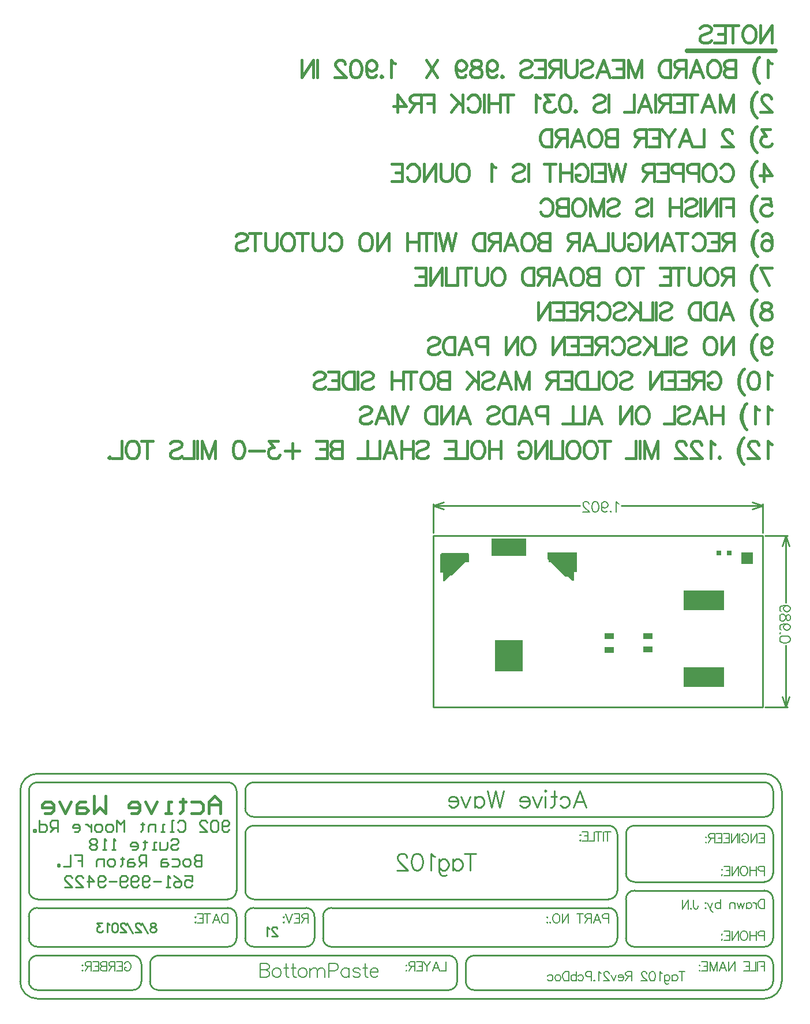
<source format=gbp>
%FSLAX25Y25*%
%MOIN*%
G70*
G01*
G75*
G04 Layer_Color=128*
%ADD10C,0.03000*%
%ADD11R,0.11024X0.05512*%
%ADD12R,0.03600X0.03600*%
%ADD13R,0.05000X0.03600*%
%ADD14R,0.02362X0.02362*%
%ADD15C,0.04000*%
%ADD16R,0.07400X0.04500*%
%ADD17R,0.03600X0.03600*%
%ADD18R,0.03600X0.05000*%
%ADD19R,0.02000X0.05000*%
%ADD20R,0.06299X0.05906*%
%ADD21R,0.02362X0.10000*%
%ADD22R,0.02362X0.09000*%
%ADD23R,0.07000X0.02362*%
%ADD24R,0.09000X0.02362*%
%ADD25O,0.02400X0.08000*%
%ADD26R,0.01378X0.03543*%
%ADD27R,0.01378X0.03543*%
%ADD28O,0.01600X0.06000*%
%ADD29O,0.01600X0.06000*%
%ADD30R,0.03000X0.03000*%
%ADD31R,0.03000X0.03000*%
%ADD32C,0.02500*%
%ADD33C,0.01000*%
%ADD34C,0.00800*%
%ADD35C,0.01500*%
%ADD36C,0.01228*%
%ADD37C,0.02000*%
%ADD38C,0.01200*%
%ADD39C,0.01400*%
%ADD40C,0.01600*%
%ADD41C,0.00600*%
%ADD42C,0.00900*%
%ADD43C,0.00500*%
%ADD44C,0.12200*%
%ADD45C,0.07000*%
%ADD46O,0.04000X0.06000*%
%ADD47C,0.06200*%
%ADD48R,0.06200X0.06200*%
%ADD49C,0.02800*%
%ADD50R,0.05700X0.03500*%
%ADD51R,0.07000X0.07000*%
%ADD52R,0.23622X0.11811*%
%ADD53R,0.16000X0.18000*%
%ADD54R,0.20000X0.10000*%
%ADD55C,0.02000*%
%ADD56C,0.03200*%
%ADD57C,0.00984*%
%ADD58C,0.03500*%
%ADD59R,0.05500X0.07800*%
%ADD60R,0.05500X0.08300*%
G36*
X41697Y7200D02*
X41293D01*
Y-3400D01*
X42893D01*
Y-8500D01*
X43693D01*
X46893Y-5300D01*
X47693D01*
X55655Y2500D01*
X57793D01*
Y7200D01*
X57493D01*
Y7700D01*
X41693D01*
X41697Y7200D01*
D02*
G37*
G36*
X103293Y4100D02*
X103693Y3700D01*
Y2500D01*
X104893D01*
X113393Y-6000D01*
X115329D01*
X117493Y-8200D01*
X118493D01*
Y-3100D01*
X120193D01*
Y8200D01*
X103293D01*
Y4100D01*
D02*
G37*
D31*
X202193Y7900D02*
D03*
X208193D02*
D03*
D32*
X234933Y297850D02*
X183933D01*
D33*
X37193Y19300D02*
Y36000D01*
X227393Y19300D02*
Y36000D01*
X121809Y35000D02*
X37193D01*
X227393D02*
X145976D01*
X43193Y37000D02*
X37193Y35000D01*
X43193Y33000D02*
X37193Y35000D01*
X227393D02*
X221393Y33000D01*
X227393Y35000D02*
X221393Y37000D01*
X241993Y17800D02*
X228893D01*
X241993Y-81100D02*
X228893D01*
X240993Y-20838D02*
Y17800D01*
Y-81100D02*
Y-45662D01*
X242993Y11800D02*
X240993Y17800D01*
X238993Y11800D01*
X240993Y-81100D02*
X238993Y-75100D01*
X242993D02*
X240993Y-81100D01*
X37193D02*
Y17800D01*
X227393D02*
X37193D01*
X227393Y-81100D02*
X37193D01*
X227393D02*
Y17800D01*
X61001Y-224618D02*
G03*
X56001Y-229618I0J-5000D01*
G01*
X56003Y-239650D02*
G03*
X60884Y-244618I4798J-167D01*
G01*
X51001Y-229618D02*
G03*
X46001Y-224618I-5000J0D01*
G01*
X46088Y-244617D02*
G03*
X51001Y-239618I-87J4999D01*
G01*
X-121499Y-224618D02*
G03*
X-126499Y-229618I0J-5000D01*
G01*
X-126497Y-239650D02*
G03*
X-121616Y-244618I4798J-167D01*
G01*
X-136485Y-244617D02*
G03*
X-131499Y-239718I85J4899D01*
G01*
Y-229618D02*
G03*
X-136499Y-224618I-5000J0D01*
G01*
X153401Y-149618D02*
G03*
X148501Y-154518I0J-4900D01*
G01*
Y-177318D02*
G03*
X153301Y-182118I4800J0D01*
G01*
X153572Y-187121D02*
G03*
X148501Y-192018I-171J-4897D01*
G01*
X138601Y-192118D02*
G03*
X143501Y-187218I0J4900D01*
G01*
X138601Y-219618D02*
G03*
X143501Y-214718I0J4900D01*
G01*
X148501D02*
G03*
X153401Y-219618I4900J0D01*
G01*
X-21599Y-197118D02*
G03*
X-26499Y-202018I0J-4900D01*
G01*
X-26499Y-214632D02*
G03*
X-21599Y-219618I4899J-85D01*
G01*
X-36510Y-219617D02*
G03*
X-31499Y-214518I-89J5099D01*
G01*
X-31506Y-202169D02*
G03*
X-36299Y-197118I-4793J251D01*
G01*
X143501Y-202118D02*
G03*
X138501Y-197118I-5000J0D01*
G01*
X143501Y-154618D02*
G03*
X138501Y-149618I-5000J0D01*
G01*
X228588Y-219617D02*
G03*
X233501Y-214618I-87J4999D01*
G01*
Y-192118D02*
G03*
X228501Y-187118I-5000J0D01*
G01*
Y-182118D02*
G03*
X233501Y-177118I0J5000D01*
G01*
Y-154618D02*
G03*
X228501Y-149618I-5000J0D01*
G01*
Y-144618D02*
G03*
X233501Y-139618I0J5000D01*
G01*
Y-129618D02*
G03*
X228501Y-124618I-5000J0D01*
G01*
X-66499D02*
G03*
X-71499Y-129618I0J-5000D01*
G01*
X-76499D02*
G03*
X-81499Y-124618I-5000J0D01*
G01*
X-71499Y-139618D02*
G03*
X-66499Y-144618I5000J0D01*
G01*
Y-149618D02*
G03*
X-71499Y-154618I0J-5000D01*
G01*
X233501Y-229618D02*
G03*
X228501Y-224618I-5000J0D01*
G01*
X-71500Y-187118D02*
G03*
X-66587Y-192118I5001J0D01*
G01*
X228588Y-244617D02*
G03*
X233501Y-239618I-87J4999D01*
G01*
X-66599Y-197118D02*
G03*
X-71499Y-202018I0J-4900D01*
G01*
X-81485Y-219617D02*
G03*
X-76499Y-214718I85J4899D01*
G01*
X-71499Y-214618D02*
G03*
X-66499Y-219618I5000J0D01*
G01*
X-196499Y-239618D02*
G03*
X-191499Y-244618I5000J0D01*
G01*
Y-224617D02*
G03*
X-196500Y-229530I0J-5001D01*
G01*
X-196499Y-214618D02*
G03*
X-191499Y-219618I5000J0D01*
G01*
X-191428Y-124621D02*
G03*
X-196499Y-129518I-171J-4897D01*
G01*
X-191499Y-119618D02*
G03*
X-201499Y-129618I0J-10000D01*
G01*
Y-239618D02*
G03*
X-191499Y-249618I10000J0D01*
G01*
X228577Y-249616D02*
G03*
X238501Y-239518I-176J10098D01*
G01*
Y-129618D02*
G03*
X228501Y-119618I-10000J0D01*
G01*
X-81499Y-192118D02*
G03*
X-76499Y-187118I0J5000D01*
G01*
X-196499D02*
G03*
X-191499Y-192118I5000J0D01*
G01*
X-76499Y-202118D02*
G03*
X-81499Y-197118I-5000J0D01*
G01*
X-191599D02*
G03*
X-196499Y-202018I0J-4900D01*
G01*
X46001Y-244618D02*
X-121499D01*
X228501D02*
X61001D01*
X228501Y-224618D02*
X61001D01*
X46001D02*
X-121499D01*
X-136499Y-244618D02*
X-191499D01*
X-136499Y-224618D02*
X-191499D01*
X228501Y-124618D02*
X-66499D01*
X228501Y-249618D02*
X-191499D01*
X228501Y-119618D02*
X-191499D01*
X228501Y-219618D02*
X153501D01*
X228501Y-187118D02*
X153501D01*
X228501Y-182118D02*
X153501D01*
X228501Y-149618D02*
X153501D01*
X228501Y-144618D02*
X-66499D01*
X138501Y-149618D02*
X-66499D01*
X138501Y-197118D02*
X-21499D01*
X138501Y-219618D02*
X-21499D01*
X-36499D02*
X-66499D01*
X-36499Y-197118D02*
X-66499D01*
X-81499Y-219618D02*
X-191499D01*
X-81499Y-124618D02*
X-191499D01*
X138501Y-192118D02*
X-66499D01*
X-81499D02*
X-191499D01*
X-81499Y-197118D02*
X-191499D01*
X56001Y-239618D02*
Y-229618D01*
X51001Y-239618D02*
Y-229618D01*
X-126499Y-239618D02*
Y-229618D01*
X-131499Y-239618D02*
Y-229618D01*
X-201499Y-239618D02*
Y-129618D01*
X233501Y-214618D02*
Y-192118D01*
X148501Y-214618D02*
Y-192118D01*
X233501Y-177118D02*
Y-154618D01*
X148501Y-177118D02*
Y-154618D01*
X233501Y-139618D02*
Y-129618D01*
X-71499Y-139618D02*
Y-129618D01*
Y-187118D02*
Y-154618D01*
X143501Y-187118D02*
Y-154618D01*
X-26499Y-214618D02*
Y-202118D01*
X143501Y-214618D02*
Y-202118D01*
X-31499Y-214618D02*
Y-202118D01*
X-71499Y-214618D02*
Y-202118D01*
X-196499Y-239618D02*
Y-229618D01*
X233501Y-239618D02*
Y-229618D01*
X238501Y-239618D02*
Y-129618D01*
X-76499Y-187118D02*
Y-129618D01*
X-196499Y-187118D02*
Y-129618D01*
X-76499Y-214618D02*
Y-202118D01*
X-196499Y-214618D02*
Y-202018D01*
X-96660Y-166692D02*
Y-173090D01*
X-99859D01*
X-100925Y-172023D01*
Y-170957D01*
X-99859Y-169891D01*
X-96660D01*
X-99859D01*
X-100925Y-168825D01*
Y-167758D01*
X-99859Y-166692D01*
X-96660D01*
X-104124Y-173090D02*
X-106256D01*
X-107323Y-172023D01*
Y-169891D01*
X-106256Y-168825D01*
X-104124D01*
X-103058Y-169891D01*
Y-172023D01*
X-104124Y-173090D01*
X-113721Y-168825D02*
X-110522D01*
X-109456Y-169891D01*
Y-172023D01*
X-110522Y-173090D01*
X-113721D01*
X-116920Y-168825D02*
X-119052D01*
X-120119Y-169891D01*
Y-173090D01*
X-116920D01*
X-115853Y-172023D01*
X-116920Y-170957D01*
X-120119D01*
X-128649Y-173090D02*
Y-166692D01*
X-131848D01*
X-132914Y-167758D01*
Y-169891D01*
X-131848Y-170957D01*
X-128649D01*
X-130782D02*
X-132914Y-173090D01*
X-136114Y-168825D02*
X-138246D01*
X-139313Y-169891D01*
Y-173090D01*
X-136114D01*
X-135047Y-172023D01*
X-136114Y-170957D01*
X-139313D01*
X-142511Y-167758D02*
Y-168825D01*
X-141445D01*
X-143578D01*
X-142511D01*
Y-172023D01*
X-143578Y-173090D01*
X-147843D02*
X-149976D01*
X-151042Y-172023D01*
Y-169891D01*
X-149976Y-168825D01*
X-147843D01*
X-146777Y-169891D01*
Y-172023D01*
X-147843Y-173090D01*
X-153175D02*
Y-168825D01*
X-156374D01*
X-157440Y-169891D01*
Y-173090D01*
X-170236Y-166692D02*
X-165971D01*
Y-169891D01*
X-168103D01*
X-165971D01*
Y-173090D01*
X-172368Y-166692D02*
Y-173090D01*
X-176634D01*
X-178766D02*
Y-172023D01*
X-179833D01*
Y-173090D01*
X-178766D01*
X-80660Y-152023D02*
X-81726Y-153090D01*
X-83859D01*
X-84925Y-152023D01*
Y-147758D01*
X-83859Y-146692D01*
X-81726D01*
X-80660Y-147758D01*
Y-148825D01*
X-81726Y-149891D01*
X-84925D01*
X-87058Y-147758D02*
X-88124Y-146692D01*
X-90257D01*
X-91323Y-147758D01*
Y-152023D01*
X-90257Y-153090D01*
X-88124D01*
X-87058Y-152023D01*
Y-147758D01*
X-97721Y-153090D02*
X-93455D01*
X-97721Y-148825D01*
Y-147758D01*
X-96654Y-146692D01*
X-94522D01*
X-93455Y-147758D01*
X-110517D02*
X-109450Y-146692D01*
X-107318D01*
X-106251Y-147758D01*
Y-152023D01*
X-107318Y-153090D01*
X-109450D01*
X-110517Y-152023D01*
X-112649Y-153090D02*
X-114782D01*
X-113716D01*
Y-146692D01*
X-112649D01*
X-117981Y-153090D02*
X-120114D01*
X-119047D01*
Y-148825D01*
X-117981D01*
X-123312Y-153090D02*
Y-148825D01*
X-126511D01*
X-127578Y-149891D01*
Y-153090D01*
X-130777Y-147758D02*
Y-148825D01*
X-129710D01*
X-131843D01*
X-130777D01*
Y-152023D01*
X-131843Y-153090D01*
X-141440D02*
Y-146692D01*
X-143573Y-148825D01*
X-145705Y-146692D01*
Y-153090D01*
X-148904D02*
X-151037D01*
X-152103Y-152023D01*
Y-149891D01*
X-151037Y-148825D01*
X-148904D01*
X-147838Y-149891D01*
Y-152023D01*
X-148904Y-153090D01*
X-155302D02*
X-157435D01*
X-158501Y-152023D01*
Y-149891D01*
X-157435Y-148825D01*
X-155302D01*
X-154236Y-149891D01*
Y-152023D01*
X-155302Y-153090D01*
X-160634Y-148825D02*
Y-153090D01*
Y-150957D01*
X-161700Y-149891D01*
X-162766Y-148825D01*
X-163833D01*
X-170231Y-153090D02*
X-168098D01*
X-167032Y-152023D01*
Y-149891D01*
X-168098Y-148825D01*
X-170231D01*
X-171297Y-149891D01*
Y-150957D01*
X-167032D01*
X-179827Y-153090D02*
Y-146692D01*
X-183027D01*
X-184093Y-147758D01*
Y-149891D01*
X-183027Y-150957D01*
X-179827D01*
X-181960D02*
X-184093Y-153090D01*
X-190491Y-146692D02*
Y-153090D01*
X-187292D01*
X-186225Y-152023D01*
Y-149891D01*
X-187292Y-148825D01*
X-190491D01*
X-192623Y-153090D02*
Y-152023D01*
X-193690D01*
Y-153090D01*
X-192623D01*
X-106425Y-178692D02*
X-102160D01*
Y-181891D01*
X-104292Y-180824D01*
X-105359D01*
X-106425Y-181891D01*
Y-184023D01*
X-105359Y-185090D01*
X-103226D01*
X-102160Y-184023D01*
X-112823Y-178692D02*
X-110690Y-179758D01*
X-108557Y-181891D01*
Y-184023D01*
X-109624Y-185090D01*
X-111757D01*
X-112823Y-184023D01*
Y-182957D01*
X-111757Y-181891D01*
X-108557D01*
X-114955Y-185090D02*
X-117088D01*
X-116022D01*
Y-178692D01*
X-114955Y-179758D01*
X-120287Y-181891D02*
X-124552D01*
X-126685Y-184023D02*
X-127751Y-185090D01*
X-129884D01*
X-130950Y-184023D01*
Y-179758D01*
X-129884Y-178692D01*
X-127751D01*
X-126685Y-179758D01*
Y-180824D01*
X-127751Y-181891D01*
X-130950D01*
X-133083Y-184023D02*
X-134149Y-185090D01*
X-136282D01*
X-137348Y-184023D01*
Y-179758D01*
X-136282Y-178692D01*
X-134149D01*
X-133083Y-179758D01*
Y-180824D01*
X-134149Y-181891D01*
X-137348D01*
X-139481Y-184023D02*
X-140547Y-185090D01*
X-142680D01*
X-143746Y-184023D01*
Y-179758D01*
X-142680Y-178692D01*
X-140547D01*
X-139481Y-179758D01*
Y-180824D01*
X-140547Y-181891D01*
X-143746D01*
X-145879D02*
X-150144D01*
X-152277Y-184023D02*
X-153343Y-185090D01*
X-155476D01*
X-156542Y-184023D01*
Y-179758D01*
X-155476Y-178692D01*
X-153343D01*
X-152277Y-179758D01*
Y-180824D01*
X-153343Y-181891D01*
X-156542D01*
X-161874Y-185090D02*
Y-178692D01*
X-158675Y-181891D01*
X-162940D01*
X-169338Y-185090D02*
X-165073D01*
X-169338Y-180824D01*
Y-179758D01*
X-168272Y-178692D01*
X-166139D01*
X-165073Y-179758D01*
X-175736Y-185090D02*
X-171470D01*
X-175736Y-180824D01*
Y-179758D01*
X-174670Y-178692D01*
X-172537D01*
X-171470Y-179758D01*
X-114425Y-158258D02*
X-113359Y-157192D01*
X-111226D01*
X-110160Y-158258D01*
Y-159325D01*
X-111226Y-160391D01*
X-113359D01*
X-114425Y-161457D01*
Y-162523D01*
X-113359Y-163590D01*
X-111226D01*
X-110160Y-162523D01*
X-116558Y-159325D02*
Y-162523D01*
X-117624Y-163590D01*
X-120823D01*
Y-159325D01*
X-122956Y-163590D02*
X-125088D01*
X-124022D01*
Y-159325D01*
X-122956D01*
X-129353Y-158258D02*
Y-159325D01*
X-128287D01*
X-130420D01*
X-129353D01*
Y-162523D01*
X-130420Y-163590D01*
X-136818D02*
X-134685D01*
X-133619Y-162523D01*
Y-160391D01*
X-134685Y-159325D01*
X-136818D01*
X-137884Y-160391D01*
Y-161457D01*
X-133619D01*
X-146414Y-163590D02*
X-148547D01*
X-147481D01*
Y-157192D01*
X-146414Y-158258D01*
X-151746Y-163590D02*
X-153879D01*
X-152813D01*
Y-157192D01*
X-151746Y-158258D01*
X-157078D02*
X-158144Y-157192D01*
X-160277D01*
X-161343Y-158258D01*
Y-159325D01*
X-160277Y-160391D01*
X-161343Y-161457D01*
Y-162523D01*
X-160277Y-163590D01*
X-158144D01*
X-157078Y-162523D01*
Y-161457D01*
X-158144Y-160391D01*
X-157078Y-159325D01*
Y-158258D01*
X-158144Y-160391D02*
X-160277D01*
D34*
X-62907Y-229202D02*
Y-237200D01*
Y-229202D02*
X-59479D01*
X-58337Y-229583D01*
X-57956Y-229963D01*
X-57575Y-230725D01*
Y-231487D01*
X-57956Y-232249D01*
X-58337Y-232630D01*
X-59479Y-233010D01*
X-62907D02*
X-59479D01*
X-58337Y-233391D01*
X-57956Y-233772D01*
X-57575Y-234534D01*
Y-235677D01*
X-57956Y-236438D01*
X-58337Y-236819D01*
X-59479Y-237200D01*
X-62907D01*
X-53881Y-231868D02*
X-54642Y-232249D01*
X-55404Y-233010D01*
X-55785Y-234153D01*
Y-234915D01*
X-55404Y-236057D01*
X-54642Y-236819D01*
X-53881Y-237200D01*
X-52738D01*
X-51976Y-236819D01*
X-51215Y-236057D01*
X-50834Y-234915D01*
Y-234153D01*
X-51215Y-233010D01*
X-51976Y-232249D01*
X-52738Y-231868D01*
X-53881D01*
X-47939Y-229202D02*
Y-235677D01*
X-47558Y-236819D01*
X-46797Y-237200D01*
X-46035D01*
X-49082Y-231868D02*
X-46416D01*
X-43750Y-229202D02*
Y-235677D01*
X-43369Y-236819D01*
X-42607Y-237200D01*
X-41845D01*
X-44892Y-231868D02*
X-42226D01*
X-38798D02*
X-39560Y-232249D01*
X-40322Y-233010D01*
X-40703Y-234153D01*
Y-234915D01*
X-40322Y-236057D01*
X-39560Y-236819D01*
X-38798Y-237200D01*
X-37656D01*
X-36894Y-236819D01*
X-36132Y-236057D01*
X-35751Y-234915D01*
Y-234153D01*
X-36132Y-233010D01*
X-36894Y-232249D01*
X-37656Y-231868D01*
X-38798D01*
X-33999D02*
Y-237200D01*
Y-233391D02*
X-32857Y-232249D01*
X-32095Y-231868D01*
X-30952D01*
X-30191Y-232249D01*
X-29810Y-233391D01*
Y-237200D01*
Y-233391D02*
X-28667Y-232249D01*
X-27905Y-231868D01*
X-26763D01*
X-26001Y-232249D01*
X-25620Y-233391D01*
Y-237200D01*
X-23106Y-233391D02*
X-19679D01*
X-18536Y-233010D01*
X-18155Y-232630D01*
X-17774Y-231868D01*
Y-230725D01*
X-18155Y-229963D01*
X-18536Y-229583D01*
X-19679Y-229202D01*
X-23106D01*
Y-237200D01*
X-11414Y-231868D02*
Y-237200D01*
Y-233010D02*
X-12175Y-232249D01*
X-12937Y-231868D01*
X-14080D01*
X-14841Y-232249D01*
X-15603Y-233010D01*
X-15984Y-234153D01*
Y-234915D01*
X-15603Y-236057D01*
X-14841Y-236819D01*
X-14080Y-237200D01*
X-12937D01*
X-12175Y-236819D01*
X-11414Y-236057D01*
X-5091Y-233010D02*
X-5472Y-232249D01*
X-6615Y-231868D01*
X-7757D01*
X-8900Y-232249D01*
X-9281Y-233010D01*
X-8900Y-233772D01*
X-8138Y-234153D01*
X-6234Y-234534D01*
X-5472Y-234915D01*
X-5091Y-235677D01*
Y-236057D01*
X-5472Y-236819D01*
X-6615Y-237200D01*
X-7757D01*
X-8900Y-236819D01*
X-9281Y-236057D01*
X-2273Y-229202D02*
Y-235677D01*
X-1892Y-236819D01*
X-1130Y-237200D01*
X-368D01*
X-3415Y-231868D02*
X-749D01*
X774Y-234153D02*
X5345D01*
Y-233391D01*
X4964Y-232630D01*
X4583Y-232249D01*
X3821Y-231868D01*
X2679D01*
X1917Y-232249D01*
X1155Y-233010D01*
X774Y-234153D01*
Y-234915D01*
X1155Y-236057D01*
X1917Y-236819D01*
X2679Y-237200D01*
X3821D01*
X4583Y-236819D01*
X5345Y-236057D01*
X187665Y-192391D02*
Y-196454D01*
X187919Y-197215D01*
X188173Y-197469D01*
X188681Y-197723D01*
X189189D01*
X189696Y-197469D01*
X189950Y-197215D01*
X190204Y-196454D01*
Y-195946D01*
X186040Y-197215D02*
X186294Y-197469D01*
X186040Y-197723D01*
X185786Y-197469D01*
X186040Y-197215D01*
X184618Y-192391D02*
Y-197723D01*
Y-192391D02*
X181063Y-197723D01*
Y-192391D02*
Y-197723D01*
D35*
X-85660Y-142590D02*
Y-135925D01*
X-88992Y-132593D01*
X-92324Y-135925D01*
Y-142590D01*
Y-137591D01*
X-85660D01*
X-102321Y-135925D02*
X-97322D01*
X-95656Y-137591D01*
Y-140924D01*
X-97322Y-142590D01*
X-102321D01*
X-107319Y-134259D02*
Y-135925D01*
X-105653D01*
X-108985D01*
X-107319D01*
Y-140924D01*
X-108985Y-142590D01*
X-113984D02*
X-117316D01*
X-115650D01*
Y-135925D01*
X-113984D01*
X-122314D02*
X-125647Y-142590D01*
X-128979Y-135925D01*
X-137310Y-142590D02*
X-133977D01*
X-132311Y-140924D01*
Y-137591D01*
X-133977Y-135925D01*
X-137310D01*
X-138976Y-137591D01*
Y-139258D01*
X-132311D01*
X-152305Y-132593D02*
Y-142590D01*
X-155637Y-139258D01*
X-158969Y-142590D01*
Y-132593D01*
X-163968Y-135925D02*
X-167300D01*
X-168966Y-137591D01*
Y-142590D01*
X-163968D01*
X-162302Y-140924D01*
X-163968Y-139258D01*
X-168966D01*
X-172298Y-135925D02*
X-175630Y-142590D01*
X-178963Y-135925D01*
X-187293Y-142590D02*
X-183961D01*
X-182295Y-140924D01*
Y-137591D01*
X-183961Y-135925D01*
X-187293D01*
X-188960Y-137591D01*
Y-139258D01*
X-182295D01*
X232933Y290443D02*
X231981Y290920D01*
X230553Y292348D01*
Y282350D01*
X225601Y294252D02*
X224649Y293300D01*
X223697Y291872D01*
X222745Y289967D01*
X222269Y287587D01*
Y285683D01*
X222745Y283302D01*
X223697Y281398D01*
X224649Y279970D01*
X225601Y279017D01*
X224649Y293300D02*
X223697Y291396D01*
X223221Y289967D01*
X222745Y287587D01*
Y285683D01*
X223221Y283302D01*
X223697Y281874D01*
X224649Y279970D01*
X211985Y292348D02*
Y282350D01*
Y292348D02*
X207700D01*
X206272Y291872D01*
X205796Y291396D01*
X205320Y290443D01*
Y289491D01*
X205796Y288539D01*
X206272Y288063D01*
X207700Y287587D01*
X211985D02*
X207700D01*
X206272Y287111D01*
X205796Y286635D01*
X205320Y285683D01*
Y284254D01*
X205796Y283302D01*
X206272Y282826D01*
X207700Y282350D01*
X211985D01*
X200226Y292348D02*
X201178Y291872D01*
X202130Y290920D01*
X202606Y289967D01*
X203082Y288539D01*
Y286159D01*
X202606Y284730D01*
X202130Y283778D01*
X201178Y282826D01*
X200226Y282350D01*
X198321D01*
X197369Y282826D01*
X196417Y283778D01*
X195941Y284730D01*
X195465Y286159D01*
Y288539D01*
X195941Y289967D01*
X196417Y290920D01*
X197369Y291872D01*
X198321Y292348D01*
X200226D01*
X185515Y282350D02*
X189323Y292348D01*
X193132Y282350D01*
X191704Y285683D02*
X186943D01*
X183182Y292348D02*
Y282350D01*
Y292348D02*
X178897D01*
X177469Y291872D01*
X176993Y291396D01*
X176517Y290443D01*
Y289491D01*
X176993Y288539D01*
X177469Y288063D01*
X178897Y287587D01*
X183182D01*
X179849D02*
X176517Y282350D01*
X174279Y292348D02*
Y282350D01*
Y292348D02*
X170946D01*
X169518Y291872D01*
X168566Y290920D01*
X168090Y289967D01*
X167614Y288539D01*
Y286159D01*
X168090Y284730D01*
X168566Y283778D01*
X169518Y282826D01*
X170946Y282350D01*
X174279D01*
X157521Y292348D02*
Y282350D01*
Y292348D02*
X153712Y282350D01*
X149903Y292348D02*
X153712Y282350D01*
X149903Y292348D02*
Y282350D01*
X140858Y292348D02*
X147047D01*
Y282350D01*
X140858D01*
X147047Y287587D02*
X143238D01*
X131574Y282350D02*
X135382Y292348D01*
X139191Y282350D01*
X137763Y285683D02*
X133002D01*
X122576Y290920D02*
X123528Y291872D01*
X124956Y292348D01*
X126860D01*
X128289Y291872D01*
X129241Y290920D01*
Y289967D01*
X128765Y289015D01*
X128289Y288539D01*
X127337Y288063D01*
X124480Y287111D01*
X123528Y286635D01*
X123052Y286159D01*
X122576Y285207D01*
Y283778D01*
X123528Y282826D01*
X124956Y282350D01*
X126860D01*
X128289Y282826D01*
X129241Y283778D01*
X120338Y292348D02*
Y285207D01*
X119862Y283778D01*
X118910Y282826D01*
X117482Y282350D01*
X116529D01*
X115101Y282826D01*
X114149Y283778D01*
X113673Y285207D01*
Y292348D01*
X110912D02*
Y282350D01*
Y292348D02*
X106627D01*
X105199Y291872D01*
X104722Y291396D01*
X104246Y290443D01*
Y289491D01*
X104722Y288539D01*
X105199Y288063D01*
X106627Y287587D01*
X110912D01*
X107579D02*
X104246Y282350D01*
X95820Y292348D02*
X102009D01*
Y282350D01*
X95820D01*
X102009Y287587D02*
X98200D01*
X87488Y290920D02*
X88440Y291872D01*
X89868Y292348D01*
X91773D01*
X93201Y291872D01*
X94153Y290920D01*
Y289967D01*
X93677Y289015D01*
X93201Y288539D01*
X92249Y288063D01*
X89392Y287111D01*
X88440Y286635D01*
X87964Y286159D01*
X87488Y285207D01*
Y283778D01*
X88440Y282826D01*
X89868Y282350D01*
X91773D01*
X93201Y282826D01*
X94153Y283778D01*
X76919Y283302D02*
X77395Y282826D01*
X76919Y282350D01*
X76443Y282826D01*
X76919Y283302D01*
X68064Y289015D02*
X68540Y287587D01*
X69492Y286635D01*
X70920Y286159D01*
X71396D01*
X72825Y286635D01*
X73777Y287587D01*
X74253Y289015D01*
Y289491D01*
X73777Y290920D01*
X72825Y291872D01*
X71396Y292348D01*
X70920D01*
X69492Y291872D01*
X68540Y290920D01*
X68064Y289015D01*
Y286635D01*
X68540Y284254D01*
X69492Y282826D01*
X70920Y282350D01*
X71872D01*
X73301Y282826D01*
X73777Y283778D01*
X62969Y292348D02*
X64398Y291872D01*
X64874Y290920D01*
Y289967D01*
X64398Y289015D01*
X63446Y288539D01*
X61541Y288063D01*
X60113Y287587D01*
X59161Y286635D01*
X58685Y285683D01*
Y284254D01*
X59161Y283302D01*
X59637Y282826D01*
X61065Y282350D01*
X62969D01*
X64398Y282826D01*
X64874Y283302D01*
X65350Y284254D01*
Y285683D01*
X64874Y286635D01*
X63922Y287587D01*
X62493Y288063D01*
X60589Y288539D01*
X59637Y289015D01*
X59161Y289967D01*
Y290920D01*
X59637Y291872D01*
X61065Y292348D01*
X62969D01*
X50258Y289015D02*
X50734Y287587D01*
X51686Y286635D01*
X53114Y286159D01*
X53591D01*
X55019Y286635D01*
X55971Y287587D01*
X56447Y289015D01*
Y289491D01*
X55971Y290920D01*
X55019Y291872D01*
X53591Y292348D01*
X53114D01*
X51686Y291872D01*
X50734Y290920D01*
X50258Y289015D01*
Y286635D01*
X50734Y284254D01*
X51686Y282826D01*
X53114Y282350D01*
X54067D01*
X55495Y282826D01*
X55971Y283778D01*
X39689Y292348D02*
X33024Y282350D01*
Y292348D02*
X39689Y282350D01*
X15075Y290443D02*
X14123Y290920D01*
X12695Y292348D01*
Y282350D01*
X7267Y283302D02*
X7743Y282826D01*
X7267Y282350D01*
X6791Y282826D01*
X7267Y283302D01*
X-1588Y289015D02*
X-1112Y287587D01*
X-160Y286635D01*
X1268Y286159D01*
X1744D01*
X3173Y286635D01*
X4125Y287587D01*
X4601Y289015D01*
Y289491D01*
X4125Y290920D01*
X3173Y291872D01*
X1744Y292348D01*
X1268D01*
X-160Y291872D01*
X-1112Y290920D01*
X-1588Y289015D01*
Y286635D01*
X-1112Y284254D01*
X-160Y282826D01*
X1268Y282350D01*
X2221D01*
X3649Y282826D01*
X4125Y283778D01*
X-7158Y292348D02*
X-5730Y291872D01*
X-4778Y290443D01*
X-4302Y288063D01*
Y286635D01*
X-4778Y284254D01*
X-5730Y282826D01*
X-7158Y282350D01*
X-8111D01*
X-9539Y282826D01*
X-10491Y284254D01*
X-10967Y286635D01*
Y288063D01*
X-10491Y290443D01*
X-9539Y291872D01*
X-8111Y292348D01*
X-7158D01*
X-13681Y289967D02*
Y290443D01*
X-14157Y291396D01*
X-14633Y291872D01*
X-15585Y292348D01*
X-17489D01*
X-18442Y291872D01*
X-18918Y291396D01*
X-19394Y290443D01*
Y289491D01*
X-18918Y288539D01*
X-17966Y287111D01*
X-13205Y282350D01*
X-19870D01*
X-29963Y292348D02*
Y282350D01*
X-32058Y292348D02*
Y282350D01*
Y292348D02*
X-38723Y282350D01*
Y292348D02*
Y282350D01*
X232933Y312348D02*
Y302350D01*
Y312348D02*
X226268Y302350D01*
Y312348D02*
Y302350D01*
X220650Y312348D02*
X221602Y311872D01*
X222554Y310920D01*
X223030Y309967D01*
X223506Y308539D01*
Y306159D01*
X223030Y304730D01*
X222554Y303778D01*
X221602Y302826D01*
X220650Y302350D01*
X218746D01*
X217793Y302826D01*
X216841Y303778D01*
X216365Y304730D01*
X215889Y306159D01*
Y308539D01*
X216365Y309967D01*
X216841Y310920D01*
X217793Y311872D01*
X218746Y312348D01*
X220650D01*
X210224D02*
Y302350D01*
X213556Y312348D02*
X206891D01*
X199512D02*
X205701D01*
Y302350D01*
X199512D01*
X205701Y307587D02*
X201892D01*
X191180Y310920D02*
X192132Y311872D01*
X193561Y312348D01*
X195465D01*
X196893Y311872D01*
X197845Y310920D01*
Y309967D01*
X197369Y309015D01*
X196893Y308539D01*
X195941Y308063D01*
X193084Y307111D01*
X192132Y306635D01*
X191656Y306159D01*
X191180Y305206D01*
Y303778D01*
X192132Y302826D01*
X193561Y302350D01*
X195465D01*
X196893Y302826D01*
X197845Y303778D01*
X232933Y110443D02*
X231981Y110920D01*
X230553Y112348D01*
Y102350D01*
X222745Y112348D02*
X224173Y111872D01*
X225125Y110443D01*
X225601Y108063D01*
Y106635D01*
X225125Y104254D01*
X224173Y102826D01*
X222745Y102350D01*
X221793D01*
X220364Y102826D01*
X219412Y104254D01*
X218936Y106635D01*
Y108063D01*
X219412Y110443D01*
X220364Y111872D01*
X221793Y112348D01*
X222745D01*
X216698Y114252D02*
X215746Y113300D01*
X214794Y111872D01*
X213842Y109967D01*
X213366Y107587D01*
Y105683D01*
X213842Y103302D01*
X214794Y101398D01*
X215746Y99970D01*
X216698Y99017D01*
X215746Y113300D02*
X214794Y111396D01*
X214318Y109967D01*
X213842Y107587D01*
Y105683D01*
X214318Y103302D01*
X214794Y101874D01*
X215746Y99970D01*
X195941Y109967D02*
X196417Y110920D01*
X197369Y111872D01*
X198321Y112348D01*
X200226D01*
X201178Y111872D01*
X202130Y110920D01*
X202606Y109967D01*
X203082Y108539D01*
Y106159D01*
X202606Y104730D01*
X202130Y103778D01*
X201178Y102826D01*
X200226Y102350D01*
X198321D01*
X197369Y102826D01*
X196417Y103778D01*
X195941Y104730D01*
Y106159D01*
X198321D02*
X195941D01*
X193656Y112348D02*
Y102350D01*
Y112348D02*
X189371D01*
X187943Y111872D01*
X187467Y111396D01*
X186990Y110443D01*
Y109491D01*
X187467Y108539D01*
X187943Y108063D01*
X189371Y107587D01*
X193656D01*
X190323D02*
X186990Y102350D01*
X178564Y112348D02*
X184753D01*
Y102350D01*
X178564D01*
X184753Y107587D02*
X180944D01*
X170708Y112348D02*
X176897D01*
Y102350D01*
X170708D01*
X176897Y107587D02*
X173089D01*
X169042Y112348D02*
Y102350D01*
Y112348D02*
X162377Y102350D01*
Y112348D02*
Y102350D01*
X145095Y110920D02*
X146047Y111872D01*
X147475Y112348D01*
X149380D01*
X150808Y111872D01*
X151760Y110920D01*
Y109967D01*
X151284Y109015D01*
X150808Y108539D01*
X149856Y108063D01*
X146999Y107111D01*
X146047Y106635D01*
X145571Y106159D01*
X145095Y105207D01*
Y103778D01*
X146047Y102826D01*
X147475Y102350D01*
X149380D01*
X150808Y102826D01*
X151760Y103778D01*
X140001Y112348D02*
X140953Y111872D01*
X141905Y110920D01*
X142381Y109967D01*
X142857Y108539D01*
Y106159D01*
X142381Y104730D01*
X141905Y103778D01*
X140953Y102826D01*
X140001Y102350D01*
X138096D01*
X137144Y102826D01*
X136192Y103778D01*
X135716Y104730D01*
X135240Y106159D01*
Y108539D01*
X135716Y109967D01*
X136192Y110920D01*
X137144Y111872D01*
X138096Y112348D01*
X140001D01*
X132907D02*
Y102350D01*
X127194D01*
X126099Y112348D02*
Y102350D01*
Y112348D02*
X122766D01*
X121338Y111872D01*
X120386Y110920D01*
X119910Y109967D01*
X119434Y108539D01*
Y106159D01*
X119910Y104730D01*
X120386Y103778D01*
X121338Y102826D01*
X122766Y102350D01*
X126099D01*
X111007Y112348D02*
X117196D01*
Y102350D01*
X111007D01*
X117196Y107587D02*
X113387D01*
X109341Y112348D02*
Y102350D01*
Y112348D02*
X105056D01*
X103627Y111872D01*
X103151Y111396D01*
X102675Y110443D01*
Y109491D01*
X103151Y108539D01*
X103627Y108063D01*
X105056Y107587D01*
X109341D01*
X106008D02*
X102675Y102350D01*
X92582Y112348D02*
Y102350D01*
Y112348D02*
X88774Y102350D01*
X84965Y112348D02*
X88774Y102350D01*
X84965Y112348D02*
Y102350D01*
X74491D02*
X78299Y112348D01*
X82108Y102350D01*
X80680Y105683D02*
X75919D01*
X65493Y110920D02*
X66445Y111872D01*
X67873Y112348D01*
X69778D01*
X71206Y111872D01*
X72158Y110920D01*
Y109967D01*
X71682Y109015D01*
X71206Y108539D01*
X70254Y108063D01*
X67397Y107111D01*
X66445Y106635D01*
X65969Y106159D01*
X65493Y105207D01*
Y103778D01*
X66445Y102826D01*
X67873Y102350D01*
X69778D01*
X71206Y102826D01*
X72158Y103778D01*
X63255Y112348D02*
Y102350D01*
X56590Y112348D02*
X63255Y105683D01*
X60875Y108063D02*
X56590Y102350D01*
X46497Y112348D02*
Y102350D01*
Y112348D02*
X42212D01*
X40784Y111872D01*
X40308Y111396D01*
X39832Y110443D01*
Y109491D01*
X40308Y108539D01*
X40784Y108063D01*
X42212Y107587D01*
X46497D02*
X42212D01*
X40784Y107111D01*
X40308Y106635D01*
X39832Y105683D01*
Y104254D01*
X40308Y103302D01*
X40784Y102826D01*
X42212Y102350D01*
X46497D01*
X34737Y112348D02*
X35690Y111872D01*
X36642Y110920D01*
X37118Y109967D01*
X37594Y108539D01*
Y106159D01*
X37118Y104730D01*
X36642Y103778D01*
X35690Y102826D01*
X34737Y102350D01*
X32833D01*
X31881Y102826D01*
X30929Y103778D01*
X30453Y104730D01*
X29976Y106159D01*
Y108539D01*
X30453Y109967D01*
X30929Y110920D01*
X31881Y111872D01*
X32833Y112348D01*
X34737D01*
X24311D02*
Y102350D01*
X27644Y112348D02*
X20978D01*
X19788D02*
Y102350D01*
X13123Y112348D02*
Y102350D01*
X19788Y107587D02*
X13123D01*
X-4159Y110920D02*
X-3207Y111872D01*
X-1778Y112348D01*
X126D01*
X1554Y111872D01*
X2506Y110920D01*
Y109967D01*
X2030Y109015D01*
X1554Y108539D01*
X602Y108063D01*
X-2255Y107111D01*
X-3207Y106635D01*
X-3683Y106159D01*
X-4159Y105207D01*
Y103778D01*
X-3207Y102826D01*
X-1778Y102350D01*
X126D01*
X1554Y102826D01*
X2506Y103778D01*
X-6397Y112348D02*
Y102350D01*
X-8491Y112348D02*
Y102350D01*
Y112348D02*
X-11824D01*
X-13252Y111872D01*
X-14204Y110920D01*
X-14681Y109967D01*
X-15157Y108539D01*
Y106159D01*
X-14681Y104730D01*
X-14204Y103778D01*
X-13252Y102826D01*
X-11824Y102350D01*
X-8491D01*
X-23583Y112348D02*
X-17394D01*
Y102350D01*
X-23583D01*
X-17394Y107587D02*
X-21203D01*
X-31915Y110920D02*
X-30963Y111872D01*
X-29535Y112348D01*
X-27630D01*
X-26202Y111872D01*
X-25250Y110920D01*
Y109967D01*
X-25726Y109015D01*
X-26202Y108539D01*
X-27154Y108063D01*
X-30011Y107111D01*
X-30963Y106635D01*
X-31439Y106159D01*
X-31915Y105207D01*
Y103778D01*
X-30963Y102826D01*
X-29535Y102350D01*
X-27630D01*
X-26202Y102826D01*
X-25250Y103778D01*
X231981Y252348D02*
X226744D01*
X229600Y248539D01*
X228172D01*
X227220Y248063D01*
X226744Y247587D01*
X226268Y246159D01*
Y245206D01*
X226744Y243778D01*
X227696Y242826D01*
X229124Y242350D01*
X230553D01*
X231981Y242826D01*
X232457Y243302D01*
X232933Y244254D01*
X224030Y254252D02*
X223078Y253300D01*
X222126Y251872D01*
X221174Y249967D01*
X220697Y247587D01*
Y245683D01*
X221174Y243302D01*
X222126Y241398D01*
X223078Y239970D01*
X224030Y239017D01*
X223078Y253300D02*
X222126Y251396D01*
X221650Y249967D01*
X221174Y247587D01*
Y245683D01*
X221650Y243302D01*
X222126Y241874D01*
X223078Y239970D01*
X209938Y249967D02*
Y250444D01*
X209462Y251396D01*
X208986Y251872D01*
X208034Y252348D01*
X206129D01*
X205177Y251872D01*
X204701Y251396D01*
X204225Y250444D01*
Y249491D01*
X204701Y248539D01*
X205653Y247111D01*
X210414Y242350D01*
X203749D01*
X193656Y252348D02*
Y242350D01*
X187943D01*
X179230D02*
X183039Y252348D01*
X186848Y242350D01*
X185419Y245683D02*
X180658D01*
X176897Y252348D02*
X173089Y247587D01*
Y242350D01*
X169280Y252348D02*
X173089Y247587D01*
X161805Y252348D02*
X167994D01*
Y242350D01*
X161805D01*
X167994Y247587D02*
X164186D01*
X160139Y252348D02*
Y242350D01*
Y252348D02*
X155854D01*
X154426Y251872D01*
X153950Y251396D01*
X153474Y250444D01*
Y249491D01*
X153950Y248539D01*
X154426Y248063D01*
X155854Y247587D01*
X160139D01*
X156807D02*
X153474Y242350D01*
X143381Y252348D02*
Y242350D01*
Y252348D02*
X139096D01*
X137668Y251872D01*
X137192Y251396D01*
X136715Y250444D01*
Y249491D01*
X137192Y248539D01*
X137668Y248063D01*
X139096Y247587D01*
X143381D02*
X139096D01*
X137668Y247111D01*
X137192Y246635D01*
X136715Y245683D01*
Y244254D01*
X137192Y243302D01*
X137668Y242826D01*
X139096Y242350D01*
X143381D01*
X131621Y252348D02*
X132574Y251872D01*
X133526Y250920D01*
X134002Y249967D01*
X134478Y248539D01*
Y246159D01*
X134002Y244730D01*
X133526Y243778D01*
X132574Y242826D01*
X131621Y242350D01*
X129717D01*
X128765Y242826D01*
X127813Y243778D01*
X127337Y244730D01*
X126860Y246159D01*
Y248539D01*
X127337Y249967D01*
X127813Y250920D01*
X128765Y251872D01*
X129717Y252348D01*
X131621D01*
X116910Y242350D02*
X120719Y252348D01*
X124528Y242350D01*
X123099Y245683D02*
X118339D01*
X114577Y252348D02*
Y242350D01*
Y252348D02*
X110293D01*
X108864Y251872D01*
X108388Y251396D01*
X107912Y250444D01*
Y249491D01*
X108388Y248539D01*
X108864Y248063D01*
X110293Y247587D01*
X114577D01*
X111245D02*
X107912Y242350D01*
X105675Y252348D02*
Y242350D01*
Y252348D02*
X102342D01*
X100914Y251872D01*
X99962Y250920D01*
X99485Y249967D01*
X99009Y248539D01*
Y246159D01*
X99485Y244730D01*
X99962Y243778D01*
X100914Y242826D01*
X102342Y242350D01*
X105675D01*
X228172Y232348D02*
X232933Y225683D01*
X225792D01*
X228172Y232348D02*
Y222350D01*
X224030Y234252D02*
X223078Y233300D01*
X222126Y231872D01*
X221174Y229967D01*
X220698Y227587D01*
Y225683D01*
X221174Y223302D01*
X222126Y221398D01*
X223078Y219970D01*
X224030Y219017D01*
X223078Y233300D02*
X222126Y231396D01*
X221650Y229967D01*
X221174Y227587D01*
Y225683D01*
X221650Y223302D01*
X222126Y221874D01*
X223078Y219970D01*
X203273Y229967D02*
X203749Y230920D01*
X204701Y231872D01*
X205653Y232348D01*
X207558D01*
X208510Y231872D01*
X209462Y230920D01*
X209938Y229967D01*
X210414Y228539D01*
Y226159D01*
X209938Y224730D01*
X209462Y223778D01*
X208510Y222826D01*
X207558Y222350D01*
X205653D01*
X204701Y222826D01*
X203749Y223778D01*
X203273Y224730D01*
X197607Y232348D02*
X198559Y231872D01*
X199512Y230920D01*
X199988Y229967D01*
X200464Y228539D01*
Y226159D01*
X199988Y224730D01*
X199512Y223778D01*
X198559Y222826D01*
X197607Y222350D01*
X195703D01*
X194751Y222826D01*
X193799Y223778D01*
X193323Y224730D01*
X192846Y226159D01*
Y228539D01*
X193323Y229967D01*
X193799Y230920D01*
X194751Y231872D01*
X195703Y232348D01*
X197607D01*
X190514Y227111D02*
X186229D01*
X184801Y227587D01*
X184324Y228063D01*
X183848Y229015D01*
Y230444D01*
X184324Y231396D01*
X184801Y231872D01*
X186229Y232348D01*
X190514D01*
Y222350D01*
X181611Y227111D02*
X177326D01*
X175898Y227587D01*
X175422Y228063D01*
X174945Y229015D01*
Y230444D01*
X175422Y231396D01*
X175898Y231872D01*
X177326Y232348D01*
X181611D01*
Y222350D01*
X166519Y232348D02*
X172708D01*
Y222350D01*
X166519D01*
X172708Y227587D02*
X168899D01*
X164852Y232348D02*
Y222350D01*
Y232348D02*
X160568D01*
X159139Y231872D01*
X158663Y231396D01*
X158187Y230444D01*
Y229491D01*
X158663Y228539D01*
X159139Y228063D01*
X160568Y227587D01*
X164852D01*
X161520D02*
X158187Y222350D01*
X148094Y232348D02*
X145714Y222350D01*
X143333Y232348D02*
X145714Y222350D01*
X143333Y232348D02*
X140953Y222350D01*
X138572Y232348D02*
X140953Y222350D01*
X130384Y232348D02*
X136573D01*
Y222350D01*
X130384D01*
X136573Y227587D02*
X132764D01*
X128717Y232348D02*
Y222350D01*
X119481Y229967D02*
X119957Y230920D01*
X120909Y231872D01*
X121862Y232348D01*
X123766D01*
X124718Y231872D01*
X125670Y230920D01*
X126146Y229967D01*
X126622Y228539D01*
Y226159D01*
X126146Y224730D01*
X125670Y223778D01*
X124718Y222826D01*
X123766Y222350D01*
X121862D01*
X120909Y222826D01*
X119957Y223778D01*
X119481Y224730D01*
Y226159D01*
X121862D02*
X119481D01*
X117196Y232348D02*
Y222350D01*
X110531Y232348D02*
Y222350D01*
X117196Y227587D02*
X110531D01*
X104437Y232348D02*
Y222350D01*
X107769Y232348D02*
X101104D01*
X92058D02*
Y222350D01*
X83298Y230920D02*
X84251Y231872D01*
X85679Y232348D01*
X87583D01*
X89012Y231872D01*
X89964Y230920D01*
Y229967D01*
X89488Y229015D01*
X89012Y228539D01*
X88059Y228063D01*
X85203Y227111D01*
X84251Y226635D01*
X83775Y226159D01*
X83298Y225206D01*
Y223778D01*
X84251Y222826D01*
X85679Y222350D01*
X87583D01*
X89012Y222826D01*
X89964Y223778D01*
X73205Y230444D02*
X72253Y230920D01*
X70825Y232348D01*
Y222350D01*
X55162Y232348D02*
X56114Y231872D01*
X57066Y230920D01*
X57542Y229967D01*
X58018Y228539D01*
Y226159D01*
X57542Y224730D01*
X57066Y223778D01*
X56114Y222826D01*
X55162Y222350D01*
X53257D01*
X52305Y222826D01*
X51353Y223778D01*
X50877Y224730D01*
X50401Y226159D01*
Y228539D01*
X50877Y229967D01*
X51353Y230920D01*
X52305Y231872D01*
X53257Y232348D01*
X55162D01*
X48068D02*
Y225206D01*
X47592Y223778D01*
X46640Y222826D01*
X45211Y222350D01*
X44259D01*
X42831Y222826D01*
X41879Y223778D01*
X41403Y225206D01*
Y232348D01*
X38641D02*
Y222350D01*
Y232348D02*
X31976Y222350D01*
Y232348D02*
Y222350D01*
X22073Y229967D02*
X22550Y230920D01*
X23502Y231872D01*
X24454Y232348D01*
X26358D01*
X27310Y231872D01*
X28263Y230920D01*
X28739Y229967D01*
X29215Y228539D01*
Y226159D01*
X28739Y224730D01*
X28263Y223778D01*
X27310Y222826D01*
X26358Y222350D01*
X24454D01*
X23502Y222826D01*
X22550Y223778D01*
X22073Y224730D01*
X13075Y232348D02*
X19265D01*
Y222350D01*
X13075D01*
X19265Y227587D02*
X15456D01*
X227220Y212348D02*
X231981D01*
X232457Y208063D01*
X231981Y208539D01*
X230553Y209015D01*
X229124D01*
X227696Y208539D01*
X226744Y207587D01*
X226268Y206159D01*
Y205206D01*
X226744Y203778D01*
X227696Y202826D01*
X229124Y202350D01*
X230553D01*
X231981Y202826D01*
X232457Y203302D01*
X232933Y204254D01*
X224030Y214252D02*
X223078Y213300D01*
X222126Y211872D01*
X221174Y209967D01*
X220698Y207587D01*
Y205683D01*
X221174Y203302D01*
X222126Y201398D01*
X223078Y199970D01*
X224030Y199017D01*
X223078Y213300D02*
X222126Y211396D01*
X221650Y209967D01*
X221174Y207587D01*
Y205683D01*
X221650Y203302D01*
X222126Y201874D01*
X223078Y199970D01*
X210414Y212348D02*
Y202350D01*
Y212348D02*
X204225D01*
X210414Y207587D02*
X206605D01*
X203082Y212348D02*
Y202350D01*
X200988Y212348D02*
Y202350D01*
Y212348D02*
X194322Y202350D01*
Y212348D02*
Y202350D01*
X191561Y212348D02*
Y202350D01*
X182801Y210920D02*
X183753Y211872D01*
X185181Y212348D01*
X187086D01*
X188514Y211872D01*
X189466Y210920D01*
Y209967D01*
X188990Y209015D01*
X188514Y208539D01*
X187562Y208063D01*
X184705Y207111D01*
X183753Y206635D01*
X183277Y206159D01*
X182801Y205206D01*
Y203778D01*
X183753Y202826D01*
X185181Y202350D01*
X187086D01*
X188514Y202826D01*
X189466Y203778D01*
X180563Y212348D02*
Y202350D01*
X173898Y212348D02*
Y202350D01*
X180563Y207587D02*
X173898D01*
X163281Y212348D02*
Y202350D01*
X154521Y210920D02*
X155473Y211872D01*
X156902Y212348D01*
X158806D01*
X160234Y211872D01*
X161187Y210920D01*
Y209967D01*
X160710Y209015D01*
X160234Y208539D01*
X159282Y208063D01*
X156426Y207111D01*
X155473Y206635D01*
X154997Y206159D01*
X154521Y205206D01*
Y203778D01*
X155473Y202826D01*
X156902Y202350D01*
X158806D01*
X160234Y202826D01*
X161187Y203778D01*
X137763Y210920D02*
X138715Y211872D01*
X140143Y212348D01*
X142048D01*
X143476Y211872D01*
X144428Y210920D01*
Y209967D01*
X143952Y209015D01*
X143476Y208539D01*
X142524Y208063D01*
X139667Y207111D01*
X138715Y206635D01*
X138239Y206159D01*
X137763Y205206D01*
Y203778D01*
X138715Y202826D01*
X140143Y202350D01*
X142048D01*
X143476Y202826D01*
X144428Y203778D01*
X135525Y212348D02*
Y202350D01*
Y212348D02*
X131717Y202350D01*
X127908Y212348D02*
X131717Y202350D01*
X127908Y212348D02*
Y202350D01*
X122195Y212348D02*
X123147Y211872D01*
X124099Y210920D01*
X124575Y209967D01*
X125051Y208539D01*
Y206159D01*
X124575Y204730D01*
X124099Y203778D01*
X123147Y202826D01*
X122195Y202350D01*
X120291D01*
X119338Y202826D01*
X118386Y203778D01*
X117910Y204730D01*
X117434Y206159D01*
Y208539D01*
X117910Y209967D01*
X118386Y210920D01*
X119338Y211872D01*
X120291Y212348D01*
X122195D01*
X115101D02*
Y202350D01*
Y212348D02*
X110816D01*
X109388Y211872D01*
X108912Y211396D01*
X108436Y210443D01*
Y209491D01*
X108912Y208539D01*
X109388Y208063D01*
X110816Y207587D01*
X115101D02*
X110816D01*
X109388Y207111D01*
X108912Y206635D01*
X108436Y205683D01*
Y204254D01*
X108912Y203302D01*
X109388Y202826D01*
X110816Y202350D01*
X115101D01*
X99057Y209967D02*
X99533Y210920D01*
X100485Y211872D01*
X101437Y212348D01*
X103342D01*
X104294Y211872D01*
X105246Y210920D01*
X105722Y209967D01*
X106198Y208539D01*
Y206159D01*
X105722Y204730D01*
X105246Y203778D01*
X104294Y202826D01*
X103342Y202350D01*
X101437D01*
X100485Y202826D01*
X99533Y203778D01*
X99057Y204730D01*
X227220Y190920D02*
X227696Y191872D01*
X229124Y192348D01*
X230077D01*
X231505Y191872D01*
X232457Y190444D01*
X232933Y188063D01*
Y185683D01*
X232457Y183778D01*
X231505Y182826D01*
X230077Y182350D01*
X229600D01*
X228172Y182826D01*
X227220Y183778D01*
X226744Y185206D01*
Y185683D01*
X227220Y187111D01*
X228172Y188063D01*
X229600Y188539D01*
X230077D01*
X231505Y188063D01*
X232457Y187111D01*
X232933Y185683D01*
X224554Y194252D02*
X223602Y193300D01*
X222650Y191872D01*
X221697Y189967D01*
X221221Y187587D01*
Y185683D01*
X221697Y183302D01*
X222650Y181398D01*
X223602Y179970D01*
X224554Y179017D01*
X223602Y193300D02*
X222650Y191396D01*
X222173Y189967D01*
X221697Y187587D01*
Y185683D01*
X222173Y183302D01*
X222650Y181874D01*
X223602Y179970D01*
X210938Y192348D02*
Y182350D01*
Y192348D02*
X206653D01*
X205225Y191872D01*
X204749Y191396D01*
X204273Y190444D01*
Y189491D01*
X204749Y188539D01*
X205225Y188063D01*
X206653Y187587D01*
X210938D01*
X207605D02*
X204273Y182350D01*
X195846Y192348D02*
X202035D01*
Y182350D01*
X195846D01*
X202035Y187587D02*
X198226D01*
X187038Y189967D02*
X187514Y190920D01*
X188466Y191872D01*
X189419Y192348D01*
X191323D01*
X192275Y191872D01*
X193227Y190920D01*
X193703Y189967D01*
X194179Y188539D01*
Y186159D01*
X193703Y184730D01*
X193227Y183778D01*
X192275Y182826D01*
X191323Y182350D01*
X189419D01*
X188466Y182826D01*
X187514Y183778D01*
X187038Y184730D01*
X180897Y192348D02*
Y182350D01*
X184229Y192348D02*
X177564D01*
X168756Y182350D02*
X172565Y192348D01*
X176374Y182350D01*
X174945Y185683D02*
X170185D01*
X166423Y192348D02*
Y182350D01*
Y192348D02*
X159758Y182350D01*
Y192348D02*
Y182350D01*
X149856Y189967D02*
X150332Y190920D01*
X151284Y191872D01*
X152236Y192348D01*
X154140D01*
X155093Y191872D01*
X156045Y190920D01*
X156521Y189967D01*
X156997Y188539D01*
Y186159D01*
X156521Y184730D01*
X156045Y183778D01*
X155093Y182826D01*
X154140Y182350D01*
X152236D01*
X151284Y182826D01*
X150332Y183778D01*
X149856Y184730D01*
Y186159D01*
X152236D02*
X149856D01*
X147570Y192348D02*
Y185206D01*
X147094Y183778D01*
X146142Y182826D01*
X144714Y182350D01*
X143762D01*
X142333Y182826D01*
X141381Y183778D01*
X140905Y185206D01*
Y192348D01*
X138144D02*
Y182350D01*
X132431D01*
X123718D02*
X127527Y192348D01*
X131336Y182350D01*
X129908Y185683D02*
X125147D01*
X121386Y192348D02*
Y182350D01*
Y192348D02*
X117101D01*
X115673Y191872D01*
X115196Y191396D01*
X114720Y190444D01*
Y189491D01*
X115196Y188539D01*
X115673Y188063D01*
X117101Y187587D01*
X121386D01*
X118053D02*
X114720Y182350D01*
X104627Y192348D02*
Y182350D01*
Y192348D02*
X100342D01*
X98914Y191872D01*
X98438Y191396D01*
X97962Y190444D01*
Y189491D01*
X98438Y188539D01*
X98914Y188063D01*
X100342Y187587D01*
X104627D02*
X100342D01*
X98914Y187111D01*
X98438Y186635D01*
X97962Y185683D01*
Y184254D01*
X98438Y183302D01*
X98914Y182826D01*
X100342Y182350D01*
X104627D01*
X92868Y192348D02*
X93820Y191872D01*
X94772Y190920D01*
X95248Y189967D01*
X95724Y188539D01*
Y186159D01*
X95248Y184730D01*
X94772Y183778D01*
X93820Y182826D01*
X92868Y182350D01*
X90964D01*
X90011Y182826D01*
X89059Y183778D01*
X88583Y184730D01*
X88107Y186159D01*
Y188539D01*
X88583Y189967D01*
X89059Y190920D01*
X90011Y191872D01*
X90964Y192348D01*
X92868D01*
X78157Y182350D02*
X81965Y192348D01*
X85774Y182350D01*
X84346Y185683D02*
X79585D01*
X75824Y192348D02*
Y182350D01*
Y192348D02*
X71539D01*
X70111Y191872D01*
X69635Y191396D01*
X69159Y190444D01*
Y189491D01*
X69635Y188539D01*
X70111Y188063D01*
X71539Y187587D01*
X75824D01*
X72491D02*
X69159Y182350D01*
X66921Y192348D02*
Y182350D01*
Y192348D02*
X63588D01*
X62160Y191872D01*
X61208Y190920D01*
X60732Y189967D01*
X60256Y188539D01*
Y186159D01*
X60732Y184730D01*
X61208Y183778D01*
X62160Y182826D01*
X63588Y182350D01*
X66921D01*
X50163Y192348D02*
X47782Y182350D01*
X45402Y192348D02*
X47782Y182350D01*
X45402Y192348D02*
X43021Y182350D01*
X40641Y192348D02*
X43021Y182350D01*
X38641Y192348D02*
Y182350D01*
X33214Y192348D02*
Y182350D01*
X36547Y192348D02*
X29881D01*
X28691D02*
Y182350D01*
X22026Y192348D02*
Y182350D01*
X28691Y187587D02*
X22026D01*
X11409Y192348D02*
Y182350D01*
Y192348D02*
X4744Y182350D01*
Y192348D02*
Y182350D01*
X-874Y192348D02*
X78Y191872D01*
X1030Y190920D01*
X1507Y189967D01*
X1983Y188539D01*
Y186159D01*
X1507Y184730D01*
X1030Y183778D01*
X78Y182826D01*
X-874Y182350D01*
X-2778D01*
X-3731Y182826D01*
X-4683Y183778D01*
X-5159Y184730D01*
X-5635Y186159D01*
Y188539D01*
X-5159Y189967D01*
X-4683Y190920D01*
X-3731Y191872D01*
X-2778Y192348D01*
X-874D01*
X-22964Y189967D02*
X-22488Y190920D01*
X-21536Y191872D01*
X-20584Y192348D01*
X-18680D01*
X-17728Y191872D01*
X-16775Y190920D01*
X-16299Y189967D01*
X-15823Y188539D01*
Y186159D01*
X-16299Y184730D01*
X-16775Y183778D01*
X-17728Y182826D01*
X-18680Y182350D01*
X-20584D01*
X-21536Y182826D01*
X-22488Y183778D01*
X-22964Y184730D01*
X-25773Y192348D02*
Y185206D01*
X-26250Y183778D01*
X-27202Y182826D01*
X-28630Y182350D01*
X-29582D01*
X-31010Y182826D01*
X-31963Y183778D01*
X-32439Y185206D01*
Y192348D01*
X-38533D02*
Y182350D01*
X-35200Y192348D02*
X-41865D01*
X-45912D02*
X-44960Y191872D01*
X-44008Y190920D01*
X-43532Y189967D01*
X-43055Y188539D01*
Y186159D01*
X-43532Y184730D01*
X-44008Y183778D01*
X-44960Y182826D01*
X-45912Y182350D01*
X-47816D01*
X-48768Y182826D01*
X-49721Y183778D01*
X-50197Y184730D01*
X-50673Y186159D01*
Y188539D01*
X-50197Y189967D01*
X-49721Y190920D01*
X-48768Y191872D01*
X-47816Y192348D01*
X-45912D01*
X-53006D02*
Y185206D01*
X-53482Y183778D01*
X-54434Y182826D01*
X-55862Y182350D01*
X-56814D01*
X-58243Y182826D01*
X-59195Y183778D01*
X-59671Y185206D01*
Y192348D01*
X-65765D02*
Y182350D01*
X-62432Y192348D02*
X-69098D01*
X-76953Y190920D02*
X-76001Y191872D01*
X-74572Y192348D01*
X-72668D01*
X-71240Y191872D01*
X-70288Y190920D01*
Y189967D01*
X-70764Y189015D01*
X-71240Y188539D01*
X-72192Y188063D01*
X-75049Y187111D01*
X-76001Y186635D01*
X-76477Y186159D01*
X-76953Y185206D01*
Y183778D01*
X-76001Y182826D01*
X-74572Y182350D01*
X-72668D01*
X-71240Y182826D01*
X-70288Y183778D01*
X226268Y172348D02*
X231029Y162350D01*
X232933Y172348D02*
X226268D01*
X224030Y174252D02*
X223078Y173300D01*
X222126Y171872D01*
X221174Y169967D01*
X220698Y167587D01*
Y165683D01*
X221174Y163302D01*
X222126Y161398D01*
X223078Y159970D01*
X224030Y159017D01*
X223078Y173300D02*
X222126Y171396D01*
X221650Y169967D01*
X221174Y167587D01*
Y165683D01*
X221650Y163302D01*
X222126Y161874D01*
X223078Y159970D01*
X210414Y172348D02*
Y162350D01*
Y172348D02*
X206129D01*
X204701Y171872D01*
X204225Y171396D01*
X203749Y170443D01*
Y169491D01*
X204225Y168539D01*
X204701Y168063D01*
X206129Y167587D01*
X210414D01*
X207081D02*
X203749Y162350D01*
X198655Y172348D02*
X199607Y171872D01*
X200559Y170920D01*
X201035Y169967D01*
X201511Y168539D01*
Y166159D01*
X201035Y164730D01*
X200559Y163778D01*
X199607Y162826D01*
X198655Y162350D01*
X196750D01*
X195798Y162826D01*
X194846Y163778D01*
X194370Y164730D01*
X193894Y166159D01*
Y168539D01*
X194370Y169967D01*
X194846Y170920D01*
X195798Y171872D01*
X196750Y172348D01*
X198655D01*
X191561D02*
Y165207D01*
X191085Y163778D01*
X190133Y162826D01*
X188704Y162350D01*
X187752D01*
X186324Y162826D01*
X185372Y163778D01*
X184896Y165207D01*
Y172348D01*
X178802D02*
Y162350D01*
X182134Y172348D02*
X175469D01*
X168090D02*
X174279D01*
Y162350D01*
X168090D01*
X174279Y167587D02*
X170470D01*
X155235Y172348D02*
Y162350D01*
X158568Y172348D02*
X151903D01*
X147856D02*
X148808Y171872D01*
X149760Y170920D01*
X150236Y169967D01*
X150713Y168539D01*
Y166159D01*
X150236Y164730D01*
X149760Y163778D01*
X148808Y162826D01*
X147856Y162350D01*
X145952D01*
X145000Y162826D01*
X144047Y163778D01*
X143571Y164730D01*
X143095Y166159D01*
Y168539D01*
X143571Y169967D01*
X144047Y170920D01*
X145000Y171872D01*
X145952Y172348D01*
X147856D01*
X132907D02*
Y162350D01*
Y172348D02*
X128622D01*
X127194Y171872D01*
X126718Y171396D01*
X126242Y170443D01*
Y169491D01*
X126718Y168539D01*
X127194Y168063D01*
X128622Y167587D01*
X132907D02*
X128622D01*
X127194Y167111D01*
X126718Y166635D01*
X126242Y165683D01*
Y164254D01*
X126718Y163302D01*
X127194Y162826D01*
X128622Y162350D01*
X132907D01*
X121148Y172348D02*
X122100Y171872D01*
X123052Y170920D01*
X123528Y169967D01*
X124004Y168539D01*
Y166159D01*
X123528Y164730D01*
X123052Y163778D01*
X122100Y162826D01*
X121148Y162350D01*
X119243D01*
X118291Y162826D01*
X117339Y163778D01*
X116863Y164730D01*
X116387Y166159D01*
Y168539D01*
X116863Y169967D01*
X117339Y170920D01*
X118291Y171872D01*
X119243Y172348D01*
X121148D01*
X106436Y162350D02*
X110245Y172348D01*
X114054Y162350D01*
X112626Y165683D02*
X107865D01*
X104104Y172348D02*
Y162350D01*
Y172348D02*
X99819D01*
X98390Y171872D01*
X97914Y171396D01*
X97438Y170443D01*
Y169491D01*
X97914Y168539D01*
X98390Y168063D01*
X99819Y167587D01*
X104104D01*
X100771D02*
X97438Y162350D01*
X95201Y172348D02*
Y162350D01*
Y172348D02*
X91868D01*
X90440Y171872D01*
X89488Y170920D01*
X89012Y169967D01*
X88535Y168539D01*
Y166159D01*
X89012Y164730D01*
X89488Y163778D01*
X90440Y162826D01*
X91868Y162350D01*
X95201D01*
X75586Y172348D02*
X76538Y171872D01*
X77490Y170920D01*
X77966Y169967D01*
X78442Y168539D01*
Y166159D01*
X77966Y164730D01*
X77490Y163778D01*
X76538Y162826D01*
X75586Y162350D01*
X73681D01*
X72729Y162826D01*
X71777Y163778D01*
X71301Y164730D01*
X70825Y166159D01*
Y168539D01*
X71301Y169967D01*
X71777Y170920D01*
X72729Y171872D01*
X73681Y172348D01*
X75586D01*
X68492D02*
Y165207D01*
X68016Y163778D01*
X67064Y162826D01*
X65636Y162350D01*
X64683D01*
X63255Y162826D01*
X62303Y163778D01*
X61827Y165207D01*
Y172348D01*
X55733D02*
Y162350D01*
X59066Y172348D02*
X52400D01*
X51210D02*
Y162350D01*
X45497D01*
X44402Y172348D02*
Y162350D01*
X42307Y172348D02*
Y162350D01*
Y172348D02*
X35642Y162350D01*
Y172348D02*
Y162350D01*
X26691Y172348D02*
X32881D01*
Y162350D01*
X26691D01*
X32881Y167587D02*
X29072D01*
X230553Y152348D02*
X231981Y151872D01*
X232457Y150920D01*
Y149967D01*
X231981Y149015D01*
X231029Y148539D01*
X229124Y148063D01*
X227696Y147587D01*
X226744Y146635D01*
X226268Y145683D01*
Y144254D01*
X226744Y143302D01*
X227220Y142826D01*
X228648Y142350D01*
X230553D01*
X231981Y142826D01*
X232457Y143302D01*
X232933Y144254D01*
Y145683D01*
X232457Y146635D01*
X231505Y147587D01*
X230077Y148063D01*
X228172Y148539D01*
X227220Y149015D01*
X226744Y149967D01*
Y150920D01*
X227220Y151872D01*
X228648Y152348D01*
X230553D01*
X224030Y154252D02*
X223078Y153300D01*
X222126Y151872D01*
X221174Y149967D01*
X220698Y147587D01*
Y145683D01*
X221174Y143302D01*
X222126Y141398D01*
X223078Y139970D01*
X224030Y139017D01*
X223078Y153300D02*
X222126Y151396D01*
X221650Y149967D01*
X221174Y147587D01*
Y145683D01*
X221650Y143302D01*
X222126Y141874D01*
X223078Y139970D01*
X202797Y142350D02*
X206605Y152348D01*
X210414Y142350D01*
X208986Y145683D02*
X204225D01*
X200464Y152348D02*
Y142350D01*
Y152348D02*
X197131D01*
X195703Y151872D01*
X194751Y150920D01*
X194275Y149967D01*
X193799Y148539D01*
Y146159D01*
X194275Y144730D01*
X194751Y143778D01*
X195703Y142826D01*
X197131Y142350D01*
X200464D01*
X191561Y152348D02*
Y142350D01*
Y152348D02*
X188228D01*
X186800Y151872D01*
X185848Y150920D01*
X185372Y149967D01*
X184896Y148539D01*
Y146159D01*
X185372Y144730D01*
X185848Y143778D01*
X186800Y142826D01*
X188228Y142350D01*
X191561D01*
X168137Y150920D02*
X169090Y151872D01*
X170518Y152348D01*
X172422D01*
X173851Y151872D01*
X174803Y150920D01*
Y149967D01*
X174327Y149015D01*
X173851Y148539D01*
X172898Y148063D01*
X170042Y147111D01*
X169090Y146635D01*
X168614Y146159D01*
X168137Y145206D01*
Y143778D01*
X169090Y142826D01*
X170518Y142350D01*
X172422D01*
X173851Y142826D01*
X174803Y143778D01*
X165900Y152348D02*
Y142350D01*
X163805Y152348D02*
Y142350D01*
X158092D01*
X156997Y152348D02*
Y142350D01*
X150332Y152348D02*
X156997Y145683D01*
X154616Y148063D02*
X150332Y142350D01*
X141429Y150920D02*
X142381Y151872D01*
X143809Y152348D01*
X145714D01*
X147142Y151872D01*
X148094Y150920D01*
Y149967D01*
X147618Y149015D01*
X147142Y148539D01*
X146190Y148063D01*
X143333Y147111D01*
X142381Y146635D01*
X141905Y146159D01*
X141429Y145206D01*
Y143778D01*
X142381Y142826D01*
X143809Y142350D01*
X145714D01*
X147142Y142826D01*
X148094Y143778D01*
X132050Y149967D02*
X132526Y150920D01*
X133478Y151872D01*
X134430Y152348D01*
X136335D01*
X137287Y151872D01*
X138239Y150920D01*
X138715Y149967D01*
X139191Y148539D01*
Y146159D01*
X138715Y144730D01*
X138239Y143778D01*
X137287Y142826D01*
X136335Y142350D01*
X134430D01*
X133478Y142826D01*
X132526Y143778D01*
X132050Y144730D01*
X129241Y152348D02*
Y142350D01*
Y152348D02*
X124956D01*
X123528Y151872D01*
X123052Y151396D01*
X122576Y150443D01*
Y149491D01*
X123052Y148539D01*
X123528Y148063D01*
X124956Y147587D01*
X129241D01*
X125908D02*
X122576Y142350D01*
X114149Y152348D02*
X120338D01*
Y142350D01*
X114149D01*
X120338Y147587D02*
X116529D01*
X106293Y152348D02*
X112483D01*
Y142350D01*
X106293D01*
X112483Y147587D02*
X108674D01*
X104627Y152348D02*
Y142350D01*
Y152348D02*
X97962Y142350D01*
Y152348D02*
Y142350D01*
X226744Y129015D02*
X227220Y127587D01*
X228172Y126635D01*
X229600Y126159D01*
X230077D01*
X231505Y126635D01*
X232457Y127587D01*
X232933Y129015D01*
Y129491D01*
X232457Y130920D01*
X231505Y131872D01*
X230077Y132348D01*
X229600D01*
X228172Y131872D01*
X227220Y130920D01*
X226744Y129015D01*
Y126635D01*
X227220Y124254D01*
X228172Y122826D01*
X229600Y122350D01*
X230553D01*
X231981Y122826D01*
X232457Y123778D01*
X224030Y134252D02*
X223078Y133300D01*
X222126Y131872D01*
X221174Y129967D01*
X220698Y127587D01*
Y125683D01*
X221174Y123302D01*
X222126Y121398D01*
X223078Y119970D01*
X224030Y119017D01*
X223078Y133300D02*
X222126Y131396D01*
X221650Y129967D01*
X221174Y127587D01*
Y125683D01*
X221650Y123302D01*
X222126Y121874D01*
X223078Y119970D01*
X210414Y132348D02*
Y122350D01*
Y132348D02*
X203749Y122350D01*
Y132348D02*
Y122350D01*
X198131Y132348D02*
X199083Y131872D01*
X200035Y130920D01*
X200511Y129967D01*
X200988Y128539D01*
Y126159D01*
X200511Y124730D01*
X200035Y123778D01*
X199083Y122826D01*
X198131Y122350D01*
X196227D01*
X195274Y122826D01*
X194322Y123778D01*
X193846Y124730D01*
X193370Y126159D01*
Y128539D01*
X193846Y129967D01*
X194322Y130920D01*
X195274Y131872D01*
X196227Y132348D01*
X198131D01*
X176517Y130920D02*
X177469Y131872D01*
X178897Y132348D01*
X180801D01*
X182230Y131872D01*
X183182Y130920D01*
Y129967D01*
X182706Y129015D01*
X182230Y128539D01*
X181277Y128063D01*
X178421Y127111D01*
X177469Y126635D01*
X176993Y126159D01*
X176517Y125206D01*
Y123778D01*
X177469Y122826D01*
X178897Y122350D01*
X180801D01*
X182230Y122826D01*
X183182Y123778D01*
X174279Y132348D02*
Y122350D01*
X172184Y132348D02*
Y122350D01*
X166471D01*
X165376Y132348D02*
Y122350D01*
X158711Y132348D02*
X165376Y125683D01*
X162996Y128063D02*
X158711Y122350D01*
X149808Y130920D02*
X150760Y131872D01*
X152188Y132348D01*
X154093D01*
X155521Y131872D01*
X156473Y130920D01*
Y129967D01*
X155997Y129015D01*
X155521Y128539D01*
X154569Y128063D01*
X151712Y127111D01*
X150760Y126635D01*
X150284Y126159D01*
X149808Y125206D01*
Y123778D01*
X150760Y122826D01*
X152188Y122350D01*
X154093D01*
X155521Y122826D01*
X156473Y123778D01*
X140429Y129967D02*
X140905Y130920D01*
X141857Y131872D01*
X142809Y132348D01*
X144714D01*
X145666Y131872D01*
X146618Y130920D01*
X147094Y129967D01*
X147570Y128539D01*
Y126159D01*
X147094Y124730D01*
X146618Y123778D01*
X145666Y122826D01*
X144714Y122350D01*
X142809D01*
X141857Y122826D01*
X140905Y123778D01*
X140429Y124730D01*
X137620Y132348D02*
Y122350D01*
Y132348D02*
X133335D01*
X131907Y131872D01*
X131431Y131396D01*
X130955Y130444D01*
Y129491D01*
X131431Y128539D01*
X131907Y128063D01*
X133335Y127587D01*
X137620D01*
X134288D02*
X130955Y122350D01*
X122528Y132348D02*
X128717D01*
Y122350D01*
X122528D01*
X128717Y127587D02*
X124909D01*
X114673Y132348D02*
X120862D01*
Y122350D01*
X114673D01*
X120862Y127587D02*
X117053D01*
X113006Y132348D02*
Y122350D01*
Y132348D02*
X106341Y122350D01*
Y132348D02*
Y122350D01*
X92868Y132348D02*
X93820Y131872D01*
X94772Y130920D01*
X95248Y129967D01*
X95724Y128539D01*
Y126159D01*
X95248Y124730D01*
X94772Y123778D01*
X93820Y122826D01*
X92868Y122350D01*
X90964D01*
X90011Y122826D01*
X89059Y123778D01*
X88583Y124730D01*
X88107Y126159D01*
Y128539D01*
X88583Y129967D01*
X89059Y130920D01*
X90011Y131872D01*
X90964Y132348D01*
X92868D01*
X85774D02*
Y122350D01*
Y132348D02*
X79109Y122350D01*
Y132348D02*
Y122350D01*
X68492Y127111D02*
X64207D01*
X62779Y127587D01*
X62303Y128063D01*
X61827Y129015D01*
Y130444D01*
X62303Y131396D01*
X62779Y131872D01*
X64207Y132348D01*
X68492D01*
Y122350D01*
X51972D02*
X55781Y132348D01*
X59589Y122350D01*
X58161Y125683D02*
X53400D01*
X49639Y132348D02*
Y122350D01*
Y132348D02*
X46306D01*
X44878Y131872D01*
X43926Y130920D01*
X43450Y129967D01*
X42974Y128539D01*
Y126159D01*
X43450Y124730D01*
X43926Y123778D01*
X44878Y122826D01*
X46306Y122350D01*
X49639D01*
X34071Y130920D02*
X35023Y131872D01*
X36451Y132348D01*
X38356D01*
X39784Y131872D01*
X40736Y130920D01*
Y129967D01*
X40260Y129015D01*
X39784Y128539D01*
X38832Y128063D01*
X35975Y127111D01*
X35023Y126635D01*
X34547Y126159D01*
X34071Y125206D01*
Y123778D01*
X35023Y122826D01*
X36451Y122350D01*
X38356D01*
X39784Y122826D01*
X40736Y123778D01*
X232457Y269967D02*
Y270444D01*
X231981Y271396D01*
X231505Y271872D01*
X230553Y272348D01*
X228648D01*
X227696Y271872D01*
X227220Y271396D01*
X226744Y270444D01*
Y269491D01*
X227220Y268539D01*
X228172Y267111D01*
X232933Y262350D01*
X226268D01*
X224030Y274252D02*
X223078Y273300D01*
X222126Y271872D01*
X221174Y269967D01*
X220698Y267587D01*
Y265683D01*
X221174Y263302D01*
X222126Y261398D01*
X223078Y259970D01*
X224030Y259017D01*
X223078Y273300D02*
X222126Y271396D01*
X221650Y269967D01*
X221174Y267587D01*
Y265683D01*
X221650Y263302D01*
X222126Y261874D01*
X223078Y259970D01*
X210414Y272348D02*
Y262350D01*
Y272348D02*
X206605Y262350D01*
X202797Y272348D02*
X206605Y262350D01*
X202797Y272348D02*
Y262350D01*
X192323D02*
X196131Y272348D01*
X199940Y262350D01*
X198512Y265683D02*
X193751D01*
X186657Y272348D02*
Y262350D01*
X189990Y272348D02*
X183325D01*
X175945D02*
X182134D01*
Y262350D01*
X175945D01*
X182134Y267587D02*
X178326D01*
X174279Y272348D02*
Y262350D01*
Y272348D02*
X169994D01*
X168566Y271872D01*
X168090Y271396D01*
X167614Y270444D01*
Y269491D01*
X168090Y268539D01*
X168566Y268063D01*
X169994Y267587D01*
X174279D01*
X170946D02*
X167614Y262350D01*
X165376Y272348D02*
Y262350D01*
X155664D02*
X159473Y272348D01*
X163281Y262350D01*
X161853Y265683D02*
X157092D01*
X153331Y272348D02*
Y262350D01*
X147618D01*
X138668Y272348D02*
Y262350D01*
X129908Y270920D02*
X130860Y271872D01*
X132288Y272348D01*
X134192D01*
X135621Y271872D01*
X136573Y270920D01*
Y269967D01*
X136097Y269015D01*
X135621Y268539D01*
X134668Y268063D01*
X131812Y267111D01*
X130860Y266635D01*
X130384Y266159D01*
X129908Y265207D01*
Y263778D01*
X130860Y262826D01*
X132288Y262350D01*
X134192D01*
X135621Y262826D01*
X136573Y263778D01*
X119338Y263302D02*
X119814Y262826D01*
X119338Y262350D01*
X118862Y262826D01*
X119338Y263302D01*
X113816Y272348D02*
X115244Y271872D01*
X116196Y270444D01*
X116672Y268063D01*
Y266635D01*
X116196Y264254D01*
X115244Y262826D01*
X113816Y262350D01*
X112864D01*
X111435Y262826D01*
X110483Y264254D01*
X110007Y266635D01*
Y268063D01*
X110483Y270444D01*
X111435Y271872D01*
X112864Y272348D01*
X113816D01*
X106817D02*
X101580D01*
X104437Y268539D01*
X103008D01*
X102056Y268063D01*
X101580Y267587D01*
X101104Y266159D01*
Y265207D01*
X101580Y263778D01*
X102532Y262826D01*
X103961Y262350D01*
X105389D01*
X106817Y262826D01*
X107293Y263302D01*
X107769Y264254D01*
X98866Y270444D02*
X97914Y270920D01*
X96486Y272348D01*
Y262350D01*
X80347Y272348D02*
Y262350D01*
X83679Y272348D02*
X77014D01*
X75824D02*
Y262350D01*
X69159Y272348D02*
Y262350D01*
X75824Y267587D02*
X69159D01*
X66397Y272348D02*
Y262350D01*
X57161Y269967D02*
X57637Y270920D01*
X58590Y271872D01*
X59542Y272348D01*
X61446D01*
X62398Y271872D01*
X63350Y270920D01*
X63826Y269967D01*
X64302Y268539D01*
Y266159D01*
X63826Y264730D01*
X63350Y263778D01*
X62398Y262826D01*
X61446Y262350D01*
X59542D01*
X58590Y262826D01*
X57637Y263778D01*
X57161Y264730D01*
X54352Y272348D02*
Y262350D01*
X47687Y272348D02*
X54352Y265683D01*
X51972Y268063D02*
X47687Y262350D01*
X37594Y272348D02*
Y262350D01*
Y272348D02*
X31405D01*
X37594Y267587D02*
X33785D01*
X30262Y272348D02*
Y262350D01*
Y272348D02*
X25977D01*
X24549Y271872D01*
X24073Y271396D01*
X23597Y270444D01*
Y269491D01*
X24073Y268539D01*
X24549Y268063D01*
X25977Y267587D01*
X30262D01*
X26930D02*
X23597Y262350D01*
X16599Y272348D02*
X21359Y265683D01*
X14218D01*
X16599Y272348D02*
Y262350D01*
X232933Y90443D02*
X231981Y90920D01*
X230553Y92348D01*
Y82350D01*
X225601Y90443D02*
X224649Y90920D01*
X223221Y92348D01*
Y82350D01*
X218269Y94252D02*
X217317Y93300D01*
X216365Y91872D01*
X215413Y89967D01*
X214937Y87587D01*
Y85683D01*
X215413Y83302D01*
X216365Y81398D01*
X217317Y79970D01*
X218269Y79017D01*
X217317Y93300D02*
X216365Y91396D01*
X215889Y89967D01*
X215413Y87587D01*
Y85683D01*
X215889Y83302D01*
X216365Y81874D01*
X217317Y79970D01*
X204653Y92348D02*
Y82350D01*
X197988Y92348D02*
Y82350D01*
X204653Y87587D02*
X197988D01*
X187609Y82350D02*
X191418Y92348D01*
X195227Y82350D01*
X193799Y85683D02*
X189038D01*
X178611Y90920D02*
X179563Y91872D01*
X180992Y92348D01*
X182896D01*
X184324Y91872D01*
X185277Y90920D01*
Y89967D01*
X184801Y89015D01*
X184324Y88539D01*
X183372Y88063D01*
X180516Y87111D01*
X179563Y86635D01*
X179087Y86159D01*
X178611Y85207D01*
Y83778D01*
X179563Y82826D01*
X180992Y82350D01*
X182896D01*
X184324Y82826D01*
X185277Y83778D01*
X176374Y92348D02*
Y82350D01*
X170661D01*
X158854Y92348D02*
X159806Y91872D01*
X160758Y90920D01*
X161234Y89967D01*
X161710Y88539D01*
Y86159D01*
X161234Y84730D01*
X160758Y83778D01*
X159806Y82826D01*
X158854Y82350D01*
X156949D01*
X155997Y82826D01*
X155045Y83778D01*
X154569Y84730D01*
X154093Y86159D01*
Y88539D01*
X154569Y89967D01*
X155045Y90920D01*
X155997Y91872D01*
X156949Y92348D01*
X158854D01*
X151760D02*
Y82350D01*
Y92348D02*
X145095Y82350D01*
Y92348D02*
Y82350D01*
X126860D02*
X130669Y92348D01*
X134478Y82350D01*
X133050Y85683D02*
X128289D01*
X124528Y92348D02*
Y82350D01*
X118815D01*
X117720Y92348D02*
Y82350D01*
X112007D01*
X103056Y87111D02*
X98771D01*
X97343Y87587D01*
X96867Y88063D01*
X96391Y89015D01*
Y90443D01*
X96867Y91396D01*
X97343Y91872D01*
X98771Y92348D01*
X103056D01*
Y82350D01*
X86536D02*
X90345Y92348D01*
X94153Y82350D01*
X92725Y85683D02*
X87964D01*
X84203Y92348D02*
Y82350D01*
Y92348D02*
X80870D01*
X79442Y91872D01*
X78490Y90920D01*
X78014Y89967D01*
X77538Y88539D01*
Y86159D01*
X78014Y84730D01*
X78490Y83778D01*
X79442Y82826D01*
X80870Y82350D01*
X84203D01*
X68635Y90920D02*
X69587Y91872D01*
X71015Y92348D01*
X72920D01*
X74348Y91872D01*
X75300Y90920D01*
Y89967D01*
X74824Y89015D01*
X74348Y88539D01*
X73396Y88063D01*
X70539Y87111D01*
X69587Y86635D01*
X69111Y86159D01*
X68635Y85207D01*
Y83778D01*
X69587Y82826D01*
X71015Y82350D01*
X72920D01*
X74348Y82826D01*
X75300Y83778D01*
X50924Y82350D02*
X54733Y92348D01*
X58542Y82350D01*
X57114Y85683D02*
X52353D01*
X48592Y92348D02*
Y82350D01*
Y92348D02*
X41926Y82350D01*
Y92348D02*
Y82350D01*
X39165Y92348D02*
Y82350D01*
Y92348D02*
X35832D01*
X34404Y91872D01*
X33452Y90920D01*
X32976Y89967D01*
X32500Y88539D01*
Y86159D01*
X32976Y84730D01*
X33452Y83778D01*
X34404Y82826D01*
X35832Y82350D01*
X39165D01*
X22407Y92348D02*
X18598Y82350D01*
X14789Y92348D02*
X18598Y82350D01*
X13504Y92348D02*
Y82350D01*
X3792D02*
X7600Y92348D01*
X11409Y82350D01*
X9981Y85683D02*
X5220D01*
X-5206Y90920D02*
X-4254Y91872D01*
X-2826Y92348D01*
X-922D01*
X507Y91872D01*
X1459Y90920D01*
Y89967D01*
X983Y89015D01*
X507Y88539D01*
X-446Y88063D01*
X-3302Y87111D01*
X-4254Y86635D01*
X-4730Y86159D01*
X-5206Y85207D01*
Y83778D01*
X-4254Y82826D01*
X-2826Y82350D01*
X-922D01*
X507Y82826D01*
X1459Y83778D01*
X232833Y70543D02*
X231881Y71020D01*
X230453Y72448D01*
Y62450D01*
X225025Y70067D02*
Y70543D01*
X224549Y71496D01*
X224073Y71972D01*
X223121Y72448D01*
X221217D01*
X220264Y71972D01*
X219788Y71496D01*
X219312Y70543D01*
Y69591D01*
X219788Y68639D01*
X220740Y67211D01*
X225501Y62450D01*
X218836D01*
X216598Y74352D02*
X215646Y73400D01*
X214694Y71972D01*
X213742Y70067D01*
X213266Y67687D01*
Y65783D01*
X213742Y63402D01*
X214694Y61498D01*
X215646Y60070D01*
X216598Y59117D01*
X215646Y73400D02*
X214694Y71496D01*
X214218Y70067D01*
X213742Y67687D01*
Y65783D01*
X214218Y63402D01*
X214694Y61974D01*
X215646Y60070D01*
X202506Y63402D02*
X202982Y62926D01*
X202506Y62450D01*
X202030Y62926D01*
X202506Y63402D01*
X199840Y70543D02*
X198888Y71020D01*
X197460Y72448D01*
Y62450D01*
X192032Y70067D02*
Y70543D01*
X191556Y71496D01*
X191080Y71972D01*
X190128Y72448D01*
X188224D01*
X187271Y71972D01*
X186795Y71496D01*
X186319Y70543D01*
Y69591D01*
X186795Y68639D01*
X187748Y67211D01*
X192508Y62450D01*
X185843D01*
X183129Y70067D02*
Y70543D01*
X182653Y71496D01*
X182177Y71972D01*
X181225Y72448D01*
X179321D01*
X178368Y71972D01*
X177892Y71496D01*
X177416Y70543D01*
Y69591D01*
X177892Y68639D01*
X178845Y67211D01*
X183606Y62450D01*
X176940D01*
X166847Y72448D02*
Y62450D01*
Y72448D02*
X163039Y62450D01*
X159230Y72448D02*
X163039Y62450D01*
X159230Y72448D02*
Y62450D01*
X156373Y72448D02*
Y62450D01*
X154279Y72448D02*
Y62450D01*
X148565D01*
X136282Y72448D02*
Y62450D01*
X139615Y72448D02*
X132950D01*
X128903D02*
X129855Y71972D01*
X130807Y71020D01*
X131283Y70067D01*
X131760Y68639D01*
Y66259D01*
X131283Y64830D01*
X130807Y63878D01*
X129855Y62926D01*
X128903Y62450D01*
X126999D01*
X126046Y62926D01*
X125094Y63878D01*
X124618Y64830D01*
X124142Y66259D01*
Y68639D01*
X124618Y70067D01*
X125094Y71020D01*
X126046Y71972D01*
X126999Y72448D01*
X128903D01*
X118953D02*
X119905Y71972D01*
X120857Y71020D01*
X121333Y70067D01*
X121809Y68639D01*
Y66259D01*
X121333Y64830D01*
X120857Y63878D01*
X119905Y62926D01*
X118953Y62450D01*
X117048D01*
X116096Y62926D01*
X115144Y63878D01*
X114668Y64830D01*
X114192Y66259D01*
Y68639D01*
X114668Y70067D01*
X115144Y71020D01*
X116096Y71972D01*
X117048Y72448D01*
X118953D01*
X111859D02*
Y62450D01*
X106146D01*
X105051Y72448D02*
Y62450D01*
X102956Y72448D02*
Y62450D01*
Y72448D02*
X96291Y62450D01*
Y72448D02*
Y62450D01*
X86388Y70067D02*
X86864Y71020D01*
X87817Y71972D01*
X88769Y72448D01*
X90673D01*
X91625Y71972D01*
X92577Y71020D01*
X93054Y70067D01*
X93530Y68639D01*
Y66259D01*
X93054Y64830D01*
X92577Y63878D01*
X91625Y62926D01*
X90673Y62450D01*
X88769D01*
X87817Y62926D01*
X86864Y63878D01*
X86388Y64830D01*
Y66259D01*
X88769D02*
X86388D01*
X76248Y72448D02*
Y62450D01*
X69582Y72448D02*
Y62450D01*
X76248Y67687D02*
X69582D01*
X63964Y72448D02*
X64917Y71972D01*
X65869Y71020D01*
X66345Y70067D01*
X66821Y68639D01*
Y66259D01*
X66345Y64830D01*
X65869Y63878D01*
X64917Y62926D01*
X63964Y62450D01*
X62060D01*
X61108Y62926D01*
X60156Y63878D01*
X59680Y64830D01*
X59204Y66259D01*
Y68639D01*
X59680Y70067D01*
X60156Y71020D01*
X61108Y71972D01*
X62060Y72448D01*
X63964D01*
X56871D02*
Y62450D01*
X51158D01*
X43874Y72448D02*
X50063D01*
Y62450D01*
X43874D01*
X50063Y67687D02*
X46254D01*
X27687Y71020D02*
X28639Y71972D01*
X30067Y72448D01*
X31971D01*
X33400Y71972D01*
X34352Y71020D01*
Y70067D01*
X33876Y69115D01*
X33400Y68639D01*
X32447Y68163D01*
X29591Y67211D01*
X28639Y66735D01*
X28163Y66259D01*
X27687Y65307D01*
Y63878D01*
X28639Y62926D01*
X30067Y62450D01*
X31971D01*
X33400Y62926D01*
X34352Y63878D01*
X25449Y72448D02*
Y62450D01*
X18784Y72448D02*
Y62450D01*
X25449Y67687D02*
X18784D01*
X8405Y62450D02*
X12214Y72448D01*
X16022Y62450D01*
X14594Y65783D02*
X9833D01*
X6072Y72448D02*
Y62450D01*
X359D01*
X-736Y72448D02*
Y62450D01*
X-6449D01*
X-15400Y72448D02*
Y62450D01*
Y72448D02*
X-19684D01*
X-21113Y71972D01*
X-21589Y71496D01*
X-22065Y70543D01*
Y69591D01*
X-21589Y68639D01*
X-21113Y68163D01*
X-19684Y67687D01*
X-15400D02*
X-19684D01*
X-21113Y67211D01*
X-21589Y66735D01*
X-22065Y65783D01*
Y64354D01*
X-21589Y63402D01*
X-21113Y62926D01*
X-19684Y62450D01*
X-15400D01*
X-30492Y72448D02*
X-24302D01*
Y62450D01*
X-30492D01*
X-24302Y67687D02*
X-28111D01*
X-44298Y71020D02*
Y62450D01*
X-40013Y66735D02*
X-48583D01*
X-52487Y72448D02*
X-57724D01*
X-54867Y68639D01*
X-56296D01*
X-57248Y68163D01*
X-57724Y67687D01*
X-58200Y66259D01*
Y65307D01*
X-57724Y63878D01*
X-56772Y62926D01*
X-55343Y62450D01*
X-53915D01*
X-52487Y62926D01*
X-52011Y63402D01*
X-51535Y64354D01*
X-60438Y66735D02*
X-69007D01*
X-74815Y72448D02*
X-73387Y71972D01*
X-72435Y70543D01*
X-71959Y68163D01*
Y66735D01*
X-72435Y64354D01*
X-73387Y62926D01*
X-74815Y62450D01*
X-75767D01*
X-77196Y62926D01*
X-78148Y64354D01*
X-78624Y66735D01*
Y68163D01*
X-78148Y70543D01*
X-77196Y71972D01*
X-75767Y72448D01*
X-74815D01*
X-88717D02*
Y62450D01*
Y72448D02*
X-92526Y62450D01*
X-96334Y72448D02*
X-92526Y62450D01*
X-96334Y72448D02*
Y62450D01*
X-99191Y72448D02*
Y62450D01*
X-101286Y72448D02*
Y62450D01*
X-106999D01*
X-114759Y71020D02*
X-113807Y71972D01*
X-112379Y72448D01*
X-110474D01*
X-109046Y71972D01*
X-108094Y71020D01*
Y70067D01*
X-108570Y69115D01*
X-109046Y68639D01*
X-109998Y68163D01*
X-112855Y67211D01*
X-113807Y66735D01*
X-114283Y66259D01*
X-114759Y65307D01*
Y63878D01*
X-113807Y62926D01*
X-112379Y62450D01*
X-110474D01*
X-109046Y62926D01*
X-108094Y63878D01*
X-128185Y72448D02*
Y62450D01*
X-124852Y72448D02*
X-131518D01*
X-135564D02*
X-134612Y71972D01*
X-133660Y71020D01*
X-133184Y70067D01*
X-132708Y68639D01*
Y66259D01*
X-133184Y64830D01*
X-133660Y63878D01*
X-134612Y62926D01*
X-135564Y62450D01*
X-137469D01*
X-138421Y62926D01*
X-139373Y63878D01*
X-139849Y64830D01*
X-140325Y66259D01*
Y68639D01*
X-139849Y70067D01*
X-139373Y71020D01*
X-138421Y71972D01*
X-137469Y72448D01*
X-135564D01*
X-142658D02*
Y62450D01*
X-148371D01*
X-149942Y63402D02*
X-149466Y62926D01*
X-149942Y62450D01*
X-150418Y62926D01*
X-149942Y63402D01*
D41*
X144376Y36257D02*
X143805Y36542D01*
X142948Y37399D01*
Y31401D01*
X139691Y31972D02*
X139977Y31686D01*
X139691Y31401D01*
X139406Y31686D01*
X139691Y31972D01*
X134378Y35400D02*
X134664Y34543D01*
X135235Y33972D01*
X136092Y33686D01*
X136378D01*
X137235Y33972D01*
X137806Y34543D01*
X138092Y35400D01*
Y35685D01*
X137806Y36542D01*
X137235Y37114D01*
X136378Y37399D01*
X136092D01*
X135235Y37114D01*
X134664Y36542D01*
X134378Y35400D01*
Y33972D01*
X134664Y32543D01*
X135235Y31686D01*
X136092Y31401D01*
X136663D01*
X137520Y31686D01*
X137806Y32258D01*
X131036Y37399D02*
X131893Y37114D01*
X132464Y36257D01*
X132750Y34828D01*
Y33972D01*
X132464Y32543D01*
X131893Y31686D01*
X131036Y31401D01*
X130465D01*
X129608Y31686D01*
X129036Y32543D01*
X128751Y33972D01*
Y34828D01*
X129036Y36257D01*
X129608Y37114D01*
X130465Y37399D01*
X131036D01*
X127123Y35971D02*
Y36257D01*
X126837Y36828D01*
X126551Y37114D01*
X125980Y37399D01*
X124837D01*
X124266Y37114D01*
X123980Y36828D01*
X123695Y36257D01*
Y35685D01*
X123980Y35114D01*
X124552Y34257D01*
X127408Y31401D01*
X123409D01*
X243392Y-42348D02*
X243106Y-43205D01*
X242249Y-43776D01*
X240821Y-44062D01*
X239964D01*
X238536Y-43776D01*
X237679Y-43205D01*
X237393Y-42348D01*
Y-41777D01*
X237679Y-40920D01*
X238536Y-40349D01*
X239964Y-40063D01*
X240821D01*
X242249Y-40349D01*
X243106Y-40920D01*
X243392Y-41777D01*
Y-42348D01*
X237965Y-38435D02*
X237679Y-38720D01*
X237393Y-38435D01*
X237679Y-38149D01*
X237965Y-38435D01*
X241392Y-33121D02*
X240535Y-33407D01*
X239964Y-33978D01*
X239679Y-34835D01*
Y-35121D01*
X239964Y-35978D01*
X240535Y-36549D01*
X241392Y-36835D01*
X241678D01*
X242535Y-36549D01*
X243106Y-35978D01*
X243392Y-35121D01*
Y-34835D01*
X243106Y-33978D01*
X242535Y-33407D01*
X241392Y-33121D01*
X239964D01*
X238536Y-33407D01*
X237679Y-33978D01*
X237393Y-34835D01*
Y-35407D01*
X237679Y-36264D01*
X238250Y-36549D01*
X243392Y-30065D02*
X243106Y-30922D01*
X242535Y-31208D01*
X241964D01*
X241392Y-30922D01*
X241107Y-30351D01*
X240821Y-29208D01*
X240535Y-28351D01*
X239964Y-27780D01*
X239393Y-27494D01*
X238536D01*
X237965Y-27780D01*
X237679Y-28065D01*
X237393Y-28922D01*
Y-30065D01*
X237679Y-30922D01*
X237965Y-31208D01*
X238536Y-31493D01*
X239393D01*
X239964Y-31208D01*
X240535Y-30636D01*
X240821Y-29779D01*
X241107Y-28637D01*
X241392Y-28065D01*
X241964Y-27780D01*
X242535D01*
X243106Y-28065D01*
X243392Y-28922D01*
Y-30065D01*
X241392Y-22438D02*
X240535Y-22724D01*
X239964Y-23295D01*
X239679Y-24152D01*
Y-24438D01*
X239964Y-25295D01*
X240535Y-25866D01*
X241392Y-26151D01*
X241678D01*
X242535Y-25866D01*
X243106Y-25295D01*
X243392Y-24438D01*
Y-24152D01*
X243106Y-23295D01*
X242535Y-22724D01*
X241392Y-22438D01*
X239964D01*
X238536Y-22724D01*
X237679Y-23295D01*
X237393Y-24152D01*
Y-24723D01*
X237679Y-25580D01*
X238250Y-25866D01*
D42*
X58493Y-165802D02*
Y-175400D01*
X61693Y-165802D02*
X55294D01*
X48667Y-169001D02*
Y-175400D01*
Y-170372D02*
X49581Y-169458D01*
X50495Y-169001D01*
X51866D01*
X52780Y-169458D01*
X53694Y-170372D01*
X54151Y-171744D01*
Y-172658D01*
X53694Y-174029D01*
X52780Y-174943D01*
X51866Y-175400D01*
X50495D01*
X49581Y-174943D01*
X48667Y-174029D01*
X40623Y-169001D02*
Y-176314D01*
X41080Y-177685D01*
X41537Y-178142D01*
X42451Y-178599D01*
X43822D01*
X44736Y-178142D01*
X40623Y-170372D02*
X41537Y-169458D01*
X42451Y-169001D01*
X43822D01*
X44736Y-169458D01*
X45650Y-170372D01*
X46107Y-171744D01*
Y-172658D01*
X45650Y-174029D01*
X44736Y-174943D01*
X43822Y-175400D01*
X42451D01*
X41537Y-174943D01*
X40623Y-174029D01*
X38063Y-167630D02*
X37149Y-167173D01*
X35778Y-165802D01*
Y-175400D01*
X28283Y-165802D02*
X29654Y-166259D01*
X30568Y-167630D01*
X31025Y-169915D01*
Y-171287D01*
X30568Y-173572D01*
X29654Y-174943D01*
X28283Y-175400D01*
X27369D01*
X25997Y-174943D01*
X25083Y-173572D01*
X24626Y-171287D01*
Y-169915D01*
X25083Y-167630D01*
X25997Y-166259D01*
X27369Y-165802D01*
X28283D01*
X22021Y-168087D02*
Y-167630D01*
X21564Y-166716D01*
X21107Y-166259D01*
X20193Y-165802D01*
X18365D01*
X17451Y-166259D01*
X16994Y-166716D01*
X16537Y-167630D01*
Y-168544D01*
X16994Y-169458D01*
X17908Y-170829D01*
X22478Y-175400D01*
X16080D01*
X118188Y-139118D02*
X121844Y-129520D01*
X125501Y-139118D01*
X124130Y-135918D02*
X119559D01*
X110464Y-134090D02*
X111378Y-133176D01*
X112292Y-132719D01*
X113663D01*
X114577Y-133176D01*
X115491Y-134090D01*
X115948Y-135461D01*
Y-136375D01*
X115491Y-137747D01*
X114577Y-138661D01*
X113663Y-139118D01*
X112292D01*
X111378Y-138661D01*
X110464Y-137747D01*
X107036Y-129520D02*
Y-137290D01*
X106579Y-138661D01*
X105665Y-139118D01*
X104751D01*
X108407Y-132719D02*
X105208D01*
X102466Y-129520D02*
X102009Y-129977D01*
X101552Y-129520D01*
X102009Y-129063D01*
X102466Y-129520D01*
X102009Y-132719D02*
Y-139118D01*
X99861Y-132719D02*
X97118Y-139118D01*
X94376Y-132719D02*
X97118Y-139118D01*
X92822Y-135461D02*
X87337D01*
Y-134547D01*
X87795Y-133633D01*
X88252Y-133176D01*
X89166Y-132719D01*
X90537D01*
X91451Y-133176D01*
X92365Y-134090D01*
X92822Y-135461D01*
Y-136375D01*
X92365Y-137747D01*
X91451Y-138661D01*
X90537Y-139118D01*
X89166D01*
X88252Y-138661D01*
X87337Y-137747D01*
X77740Y-129520D02*
X75454Y-139118D01*
X73169Y-129520D02*
X75454Y-139118D01*
X73169Y-129520D02*
X70884Y-139118D01*
X68599Y-129520D02*
X70884Y-139118D01*
X61194Y-132719D02*
Y-139118D01*
Y-134090D02*
X62109Y-133176D01*
X63023Y-132719D01*
X64394D01*
X65308Y-133176D01*
X66222Y-134090D01*
X66679Y-135461D01*
Y-136375D01*
X66222Y-137747D01*
X65308Y-138661D01*
X64394Y-139118D01*
X63023D01*
X62109Y-138661D01*
X61194Y-137747D01*
X58635Y-132719D02*
X55893Y-139118D01*
X53150Y-132719D02*
X55893Y-139118D01*
X51597Y-135461D02*
X46112D01*
Y-134547D01*
X46569Y-133633D01*
X47026Y-133176D01*
X47940Y-132719D01*
X49311D01*
X50226Y-133176D01*
X51139Y-134090D01*
X51597Y-135461D01*
Y-136375D01*
X51139Y-137747D01*
X50226Y-138661D01*
X49311Y-139118D01*
X47940D01*
X47026Y-138661D01*
X46112Y-137747D01*
X-53003Y-209305D02*
Y-209051D01*
X-53257Y-208543D01*
X-53511Y-208289D01*
X-54019Y-208035D01*
X-55035D01*
X-55542Y-208289D01*
X-55796Y-208543D01*
X-56050Y-209051D01*
Y-209559D01*
X-55796Y-210067D01*
X-55288Y-210828D01*
X-52749Y-213368D01*
X-56304D01*
X-57498Y-209051D02*
X-58005Y-208797D01*
X-58767Y-208035D01*
Y-213368D01*
X-124246Y-205831D02*
X-123484Y-206085D01*
X-123230Y-206593D01*
Y-207101D01*
X-123484Y-207609D01*
X-123992Y-207863D01*
X-125008Y-208117D01*
X-125770Y-208370D01*
X-126277Y-208878D01*
X-126531Y-209386D01*
Y-210148D01*
X-126277Y-210656D01*
X-126023Y-210910D01*
X-125262Y-211164D01*
X-124246D01*
X-123484Y-210910D01*
X-123230Y-210656D01*
X-122977Y-210148D01*
Y-209386D01*
X-123230Y-208878D01*
X-123738Y-208370D01*
X-124500Y-208117D01*
X-125516Y-207863D01*
X-126023Y-207609D01*
X-126277Y-207101D01*
Y-206593D01*
X-126023Y-206085D01*
X-125262Y-205831D01*
X-124246D01*
X-127725Y-211925D02*
X-131280Y-205831D01*
X-131889Y-207101D02*
Y-206847D01*
X-132143Y-206339D01*
X-132397Y-206085D01*
X-132905Y-205831D01*
X-133920D01*
X-134428Y-206085D01*
X-134682Y-206339D01*
X-134936Y-206847D01*
Y-207355D01*
X-134682Y-207863D01*
X-134174Y-208624D01*
X-131635Y-211164D01*
X-135190D01*
X-136383Y-211925D02*
X-139938Y-205831D01*
X-140548Y-207101D02*
Y-206847D01*
X-140801Y-206339D01*
X-141055Y-206085D01*
X-141563Y-205831D01*
X-142579D01*
X-143087Y-206085D01*
X-143341Y-206339D01*
X-143595Y-206847D01*
Y-207355D01*
X-143341Y-207863D01*
X-142833Y-208624D01*
X-140294Y-211164D01*
X-143848D01*
X-146565Y-205831D02*
X-145804Y-206085D01*
X-145296Y-206847D01*
X-145042Y-208117D01*
Y-208878D01*
X-145296Y-210148D01*
X-145804Y-210910D01*
X-146565Y-211164D01*
X-147073D01*
X-147835Y-210910D01*
X-148343Y-210148D01*
X-148597Y-208878D01*
Y-208117D01*
X-148343Y-206847D01*
X-147835Y-206085D01*
X-147073Y-205831D01*
X-146565D01*
X-149790Y-206847D02*
X-150298Y-206593D01*
X-151060Y-205831D01*
Y-211164D01*
X-154208Y-205831D02*
X-157001D01*
X-155478Y-207863D01*
X-156240D01*
X-156747Y-208117D01*
X-157001Y-208370D01*
X-157255Y-209132D01*
Y-209640D01*
X-157001Y-210402D01*
X-156493Y-210910D01*
X-155732Y-211164D01*
X-154970D01*
X-154208Y-210910D01*
X-153954Y-210656D01*
X-153700Y-210148D01*
D43*
X-141308Y-229555D02*
X-141054Y-229047D01*
X-140546Y-228539D01*
X-140039Y-228286D01*
X-139023D01*
X-138515Y-228539D01*
X-138007Y-229047D01*
X-137753Y-229555D01*
X-137499Y-230317D01*
Y-231586D01*
X-137753Y-232348D01*
X-138007Y-232856D01*
X-138515Y-233364D01*
X-139023Y-233618D01*
X-140039D01*
X-140546Y-233364D01*
X-141054Y-232856D01*
X-141308Y-232348D01*
Y-231586D01*
X-140039D02*
X-141308D01*
X-145828Y-228286D02*
X-142527D01*
Y-233618D01*
X-145828D01*
X-142527Y-230825D02*
X-144558D01*
X-146716Y-228286D02*
Y-233618D01*
Y-228286D02*
X-149002D01*
X-149764Y-228539D01*
X-150017Y-228793D01*
X-150271Y-229301D01*
Y-229809D01*
X-150017Y-230317D01*
X-149764Y-230571D01*
X-149002Y-230825D01*
X-146716D01*
X-148494D02*
X-150271Y-233618D01*
X-151465Y-228286D02*
Y-233618D01*
Y-228286D02*
X-153750D01*
X-154512Y-228539D01*
X-154766Y-228793D01*
X-155019Y-229301D01*
Y-229809D01*
X-154766Y-230317D01*
X-154512Y-230571D01*
X-153750Y-230825D01*
X-151465D02*
X-153750D01*
X-154512Y-231079D01*
X-154766Y-231332D01*
X-155019Y-231840D01*
Y-232602D01*
X-154766Y-233110D01*
X-154512Y-233364D01*
X-153750Y-233618D01*
X-151465D01*
X-159514Y-228286D02*
X-156213D01*
Y-233618D01*
X-159514D01*
X-156213Y-230825D02*
X-158244D01*
X-160403Y-228286D02*
Y-233618D01*
Y-228286D02*
X-162688D01*
X-163450Y-228539D01*
X-163703Y-228793D01*
X-163957Y-229301D01*
Y-229809D01*
X-163703Y-230317D01*
X-163450Y-230571D01*
X-162688Y-230825D01*
X-160403D01*
X-162180D02*
X-163957Y-233618D01*
X-165405Y-230063D02*
X-165151Y-230317D01*
X-165405Y-230571D01*
X-165658Y-230317D01*
X-165405Y-230063D01*
Y-233110D02*
X-165151Y-233364D01*
X-165405Y-233618D01*
X-165658Y-233364D01*
X-165405Y-233110D01*
X228501Y-228286D02*
Y-233618D01*
Y-228286D02*
X225200D01*
X228501Y-230825D02*
X226469D01*
X224590Y-228286D02*
Y-233618D01*
X223473Y-228286D02*
Y-233618D01*
X220426D01*
X216541Y-228286D02*
X219842D01*
Y-233618D01*
X216541D01*
X219842Y-230825D02*
X217811D01*
X211463Y-228286D02*
Y-233618D01*
Y-228286D02*
X207908Y-233618D01*
Y-228286D02*
Y-233618D01*
X202373D02*
X204404Y-228286D01*
X206435Y-233618D01*
X205674Y-231840D02*
X203134D01*
X201129Y-228286D02*
Y-233618D01*
Y-228286D02*
X199097Y-233618D01*
X197066Y-228286D02*
X199097Y-233618D01*
X197066Y-228286D02*
Y-233618D01*
X192242Y-228286D02*
X195543D01*
Y-233618D01*
X192242D01*
X195543Y-230825D02*
X193511D01*
X191099Y-230063D02*
X191353Y-230317D01*
X191099Y-230571D01*
X190845Y-230317D01*
X191099Y-230063D01*
Y-233110D02*
X191353Y-233364D01*
X191099Y-233618D01*
X190845Y-233364D01*
X191099Y-233110D01*
X228501Y-192286D02*
Y-197618D01*
Y-192286D02*
X226723D01*
X225961Y-192539D01*
X225454Y-193047D01*
X225200Y-193555D01*
X224946Y-194317D01*
Y-195586D01*
X225200Y-196348D01*
X225454Y-196856D01*
X225961Y-197364D01*
X226723Y-197618D01*
X228501D01*
X223752Y-194063D02*
Y-197618D01*
Y-195586D02*
X223499Y-194825D01*
X222991Y-194317D01*
X222483Y-194063D01*
X221721D01*
X218192D02*
Y-197618D01*
Y-194825D02*
X218700Y-194317D01*
X219207Y-194063D01*
X219969D01*
X220477Y-194317D01*
X220985Y-194825D01*
X221239Y-195586D01*
Y-196094D01*
X220985Y-196856D01*
X220477Y-197364D01*
X219969Y-197618D01*
X219207D01*
X218700Y-197364D01*
X218192Y-196856D01*
X216770Y-194063D02*
X215754Y-197618D01*
X214738Y-194063D02*
X215754Y-197618D01*
X214738Y-194063D02*
X213723Y-197618D01*
X212707Y-194063D02*
X213723Y-197618D01*
X211463Y-194063D02*
Y-197618D01*
Y-195079D02*
X210701Y-194317D01*
X210193Y-194063D01*
X209432D01*
X208924Y-194317D01*
X208670Y-195079D01*
Y-197618D01*
X203084Y-192286D02*
Y-197618D01*
Y-194825D02*
X202576Y-194317D01*
X202068Y-194063D01*
X201306D01*
X200799Y-194317D01*
X200291Y-194825D01*
X200037Y-195586D01*
Y-196094D01*
X200291Y-196856D01*
X200799Y-197364D01*
X201306Y-197618D01*
X202068D01*
X202576Y-197364D01*
X203084Y-196856D01*
X198640Y-194063D02*
X197117Y-197618D01*
X195593Y-194063D02*
X197117Y-197618D01*
X197625Y-198633D01*
X198132Y-199141D01*
X198640Y-199395D01*
X198894D01*
X194451Y-194063D02*
X194704Y-194317D01*
X194451Y-194571D01*
X194197Y-194317D01*
X194451Y-194063D01*
Y-197110D02*
X194704Y-197364D01*
X194451Y-197618D01*
X194197Y-197364D01*
X194451Y-197110D01*
X137973Y-153035D02*
Y-158368D01*
X139751Y-153035D02*
X136196D01*
X135561D02*
Y-158368D01*
X132666Y-153035D02*
Y-158368D01*
X134444Y-153035D02*
X130889D01*
X130254D02*
Y-158368D01*
X127207D01*
X123322Y-153035D02*
X126623D01*
Y-158368D01*
X123322D01*
X126623Y-155575D02*
X124592D01*
X122180Y-154813D02*
X122434Y-155067D01*
X122180Y-155321D01*
X121926Y-155067D01*
X122180Y-154813D01*
Y-157860D02*
X122434Y-158114D01*
X122180Y-158368D01*
X121926Y-158114D01*
X122180Y-157860D01*
X138501Y-203328D02*
X136215D01*
X135454Y-203075D01*
X135200Y-202821D01*
X134946Y-202313D01*
Y-201551D01*
X135200Y-201043D01*
X135454Y-200789D01*
X136215Y-200535D01*
X138501D01*
Y-205868D01*
X129690D02*
X131721Y-200535D01*
X133752Y-205868D01*
X132991Y-204090D02*
X130452D01*
X128446Y-200535D02*
Y-205868D01*
Y-200535D02*
X126160D01*
X125399Y-200789D01*
X125145Y-201043D01*
X124891Y-201551D01*
Y-202059D01*
X125145Y-202567D01*
X125399Y-202821D01*
X126160Y-203075D01*
X128446D01*
X126668D02*
X124891Y-205868D01*
X121920Y-200535D02*
Y-205868D01*
X123697Y-200535D02*
X120143D01*
X115318D02*
Y-205868D01*
Y-200535D02*
X111763Y-205868D01*
Y-200535D02*
Y-205868D01*
X108767Y-200535D02*
X109275Y-200789D01*
X109783Y-201297D01*
X110037Y-201805D01*
X110291Y-202567D01*
Y-203836D01*
X110037Y-204598D01*
X109783Y-205106D01*
X109275Y-205614D01*
X108767Y-205868D01*
X107752D01*
X107244Y-205614D01*
X106736Y-205106D01*
X106482Y-204598D01*
X106228Y-203836D01*
Y-202567D01*
X106482Y-201805D01*
X106736Y-201297D01*
X107244Y-200789D01*
X107752Y-200535D01*
X108767D01*
X104730Y-205360D02*
X104984Y-205614D01*
X104730Y-205868D01*
X104476Y-205614D01*
X104730Y-205360D01*
X103054Y-202313D02*
X103308Y-202567D01*
X103054Y-202821D01*
X102800Y-202567D01*
X103054Y-202313D01*
Y-205360D02*
X103308Y-205614D01*
X103054Y-205868D01*
X102800Y-205614D01*
X103054Y-205360D01*
X225200Y-154286D02*
X228501D01*
Y-159618D01*
X225200D01*
X228501Y-156825D02*
X226469D01*
X224311Y-154286D02*
Y-159618D01*
Y-154286D02*
X220756Y-159618D01*
Y-154286D02*
Y-159618D01*
X215475Y-155555D02*
X215729Y-155047D01*
X216236Y-154539D01*
X216744Y-154286D01*
X217760D01*
X218268Y-154539D01*
X218776Y-155047D01*
X219030Y-155555D01*
X219284Y-156317D01*
Y-157586D01*
X219030Y-158348D01*
X218776Y-158856D01*
X218268Y-159364D01*
X217760Y-159618D01*
X216744D01*
X216236Y-159364D01*
X215729Y-158856D01*
X215475Y-158348D01*
Y-157586D01*
X216744D02*
X215475D01*
X214256Y-154286D02*
Y-159618D01*
X213139Y-154286D02*
Y-159618D01*
Y-154286D02*
X209584Y-159618D01*
Y-154286D02*
Y-159618D01*
X204810Y-154286D02*
X208111D01*
Y-159618D01*
X204810D01*
X208111Y-156825D02*
X206080D01*
X200621Y-154286D02*
X203922D01*
Y-159618D01*
X200621D01*
X203922Y-156825D02*
X201890D01*
X199732Y-154286D02*
Y-159618D01*
Y-154286D02*
X197447D01*
X196685Y-154539D01*
X196431Y-154793D01*
X196177Y-155301D01*
Y-155809D01*
X196431Y-156317D01*
X196685Y-156571D01*
X197447Y-156825D01*
X199732D01*
X197955D02*
X196177Y-159618D01*
X194730Y-156063D02*
X194984Y-156317D01*
X194730Y-156571D01*
X194476Y-156317D01*
X194730Y-156063D01*
Y-159110D02*
X194984Y-159364D01*
X194730Y-159618D01*
X194476Y-159364D01*
X194730Y-159110D01*
X44501Y-228286D02*
Y-233618D01*
X41454D01*
X36807D02*
X38838Y-228286D01*
X40870Y-233618D01*
X40108Y-231840D02*
X37569D01*
X35563Y-228286D02*
X33531Y-230825D01*
Y-233618D01*
X31500Y-228286D02*
X33531Y-230825D01*
X27514Y-228286D02*
X30815D01*
Y-233618D01*
X27514D01*
X30815Y-230825D02*
X28783D01*
X26625Y-228286D02*
Y-233618D01*
Y-228286D02*
X24340D01*
X23578Y-228539D01*
X23324Y-228793D01*
X23070Y-229301D01*
Y-229809D01*
X23324Y-230317D01*
X23578Y-230571D01*
X24340Y-230825D01*
X26625D01*
X24848D02*
X23070Y-233618D01*
X21623Y-230063D02*
X21877Y-230317D01*
X21623Y-230571D01*
X21369Y-230317D01*
X21623Y-230063D01*
Y-233110D02*
X21877Y-233364D01*
X21623Y-233618D01*
X21369Y-233364D01*
X21623Y-233110D01*
X228501Y-213329D02*
X226215D01*
X225454Y-213075D01*
X225200Y-212821D01*
X224946Y-212313D01*
Y-211551D01*
X225200Y-211043D01*
X225454Y-210789D01*
X226215Y-210536D01*
X228501D01*
Y-215868D01*
X223752Y-210536D02*
Y-215868D01*
X220198Y-210536D02*
Y-215868D01*
X223752Y-213075D02*
X220198D01*
X217201Y-210536D02*
X217709Y-210789D01*
X218217Y-211297D01*
X218471Y-211805D01*
X218725Y-212567D01*
Y-213836D01*
X218471Y-214598D01*
X218217Y-215106D01*
X217709Y-215614D01*
X217201Y-215868D01*
X216186D01*
X215678Y-215614D01*
X215170Y-215106D01*
X214916Y-214598D01*
X214662Y-213836D01*
Y-212567D01*
X214916Y-211805D01*
X215170Y-211297D01*
X215678Y-210789D01*
X216186Y-210536D01*
X217201D01*
X213418D02*
Y-215868D01*
Y-210536D02*
X209863Y-215868D01*
Y-210536D02*
Y-215868D01*
X205090Y-210536D02*
X208391D01*
Y-215868D01*
X205090D01*
X208391Y-213075D02*
X206359D01*
X203947Y-212313D02*
X204201Y-212567D01*
X203947Y-212821D01*
X203693Y-212567D01*
X203947Y-212313D01*
Y-215360D02*
X204201Y-215614D01*
X203947Y-215868D01*
X203693Y-215614D01*
X203947Y-215360D01*
X228501Y-175829D02*
X226215D01*
X225454Y-175575D01*
X225200Y-175321D01*
X224946Y-174813D01*
Y-174051D01*
X225200Y-173543D01*
X225454Y-173289D01*
X226215Y-173036D01*
X228501D01*
Y-178368D01*
X223752Y-173036D02*
Y-178368D01*
X220198Y-173036D02*
Y-178368D01*
X223752Y-175575D02*
X220198D01*
X217201Y-173036D02*
X217709Y-173289D01*
X218217Y-173797D01*
X218471Y-174305D01*
X218725Y-175067D01*
Y-176336D01*
X218471Y-177098D01*
X218217Y-177606D01*
X217709Y-178114D01*
X217201Y-178368D01*
X216186D01*
X215678Y-178114D01*
X215170Y-177606D01*
X214916Y-177098D01*
X214662Y-176336D01*
Y-175067D01*
X214916Y-174305D01*
X215170Y-173797D01*
X215678Y-173289D01*
X216186Y-173036D01*
X217201D01*
X213418D02*
Y-178368D01*
Y-173036D02*
X209863Y-178368D01*
Y-173036D02*
Y-178368D01*
X205090Y-173036D02*
X208391D01*
Y-178368D01*
X205090D01*
X208391Y-175575D02*
X206359D01*
X203947Y-174813D02*
X204201Y-175067D01*
X203947Y-175321D01*
X203693Y-175067D01*
X203947Y-174813D01*
Y-177860D02*
X204201Y-178114D01*
X203947Y-178368D01*
X203693Y-178114D01*
X203947Y-177860D01*
X-35249Y-200535D02*
Y-205868D01*
Y-200535D02*
X-37535D01*
X-38296Y-200789D01*
X-38550Y-201043D01*
X-38804Y-201551D01*
Y-202059D01*
X-38550Y-202567D01*
X-38296Y-202821D01*
X-37535Y-203075D01*
X-35249D01*
X-37027D02*
X-38804Y-205868D01*
X-43299Y-200535D02*
X-39998D01*
Y-205868D01*
X-43299D01*
X-39998Y-203075D02*
X-42029D01*
X-44187Y-200535D02*
X-46218Y-205868D01*
X-48250Y-200535D02*
X-46218Y-205868D01*
X-49189Y-202313D02*
X-48935Y-202567D01*
X-49189Y-202821D01*
X-49443Y-202567D01*
X-49189Y-202313D01*
Y-205360D02*
X-48935Y-205614D01*
X-49189Y-205868D01*
X-49443Y-205614D01*
X-49189Y-205360D01*
X-81499Y-200535D02*
Y-205868D01*
Y-200535D02*
X-83277D01*
X-84039Y-200789D01*
X-84546Y-201297D01*
X-84800Y-201805D01*
X-85054Y-202567D01*
Y-203836D01*
X-84800Y-204598D01*
X-84546Y-205106D01*
X-84039Y-205614D01*
X-83277Y-205868D01*
X-81499D01*
X-90310D02*
X-88279Y-200535D01*
X-86248Y-205868D01*
X-87009Y-204090D02*
X-89548D01*
X-93332Y-200535D02*
Y-205868D01*
X-91554Y-200535D02*
X-95109D01*
X-99045D02*
X-95744D01*
Y-205868D01*
X-99045D01*
X-95744Y-203075D02*
X-97775D01*
X-100188Y-202313D02*
X-99934Y-202567D01*
X-100188Y-202821D01*
X-100441Y-202567D01*
X-100188Y-202313D01*
Y-205360D02*
X-99934Y-205614D01*
X-100188Y-205868D01*
X-100441Y-205614D01*
X-100188Y-205360D01*
X180815Y-233968D02*
Y-239300D01*
X182593Y-233968D02*
X179038D01*
X175356Y-235745D02*
Y-239300D01*
Y-236507D02*
X175864Y-235999D01*
X176372Y-235745D01*
X177134D01*
X177641Y-235999D01*
X178149Y-236507D01*
X178403Y-237269D01*
Y-237776D01*
X178149Y-238538D01*
X177641Y-239046D01*
X177134Y-239300D01*
X176372D01*
X175864Y-239046D01*
X175356Y-238538D01*
X170887Y-235745D02*
Y-239808D01*
X171141Y-240570D01*
X171395Y-240824D01*
X171903Y-241077D01*
X172665D01*
X173172Y-240824D01*
X170887Y-236507D02*
X171395Y-235999D01*
X171903Y-235745D01*
X172665D01*
X173172Y-235999D01*
X173680Y-236507D01*
X173934Y-237269D01*
Y-237776D01*
X173680Y-238538D01*
X173172Y-239046D01*
X172665Y-239300D01*
X171903D01*
X171395Y-239046D01*
X170887Y-238538D01*
X169465Y-234983D02*
X168957Y-234730D01*
X168196Y-233968D01*
Y-239300D01*
X164031Y-233968D02*
X164793Y-234222D01*
X165301Y-234983D01*
X165555Y-236253D01*
Y-237015D01*
X165301Y-238284D01*
X164793Y-239046D01*
X164031Y-239300D01*
X163524D01*
X162762Y-239046D01*
X162254Y-238284D01*
X162000Y-237015D01*
Y-236253D01*
X162254Y-234983D01*
X162762Y-234222D01*
X163524Y-233968D01*
X164031D01*
X160553Y-235237D02*
Y-234983D01*
X160299Y-234476D01*
X160045Y-234222D01*
X159537Y-233968D01*
X158521D01*
X158014Y-234222D01*
X157760Y-234476D01*
X157506Y-234983D01*
Y-235491D01*
X157760Y-235999D01*
X158268Y-236761D01*
X160807Y-239300D01*
X157252D01*
X151869Y-233968D02*
Y-239300D01*
Y-233968D02*
X149584D01*
X148822Y-234222D01*
X148568Y-234476D01*
X148314Y-234983D01*
Y-235491D01*
X148568Y-235999D01*
X148822Y-236253D01*
X149584Y-236507D01*
X151869D01*
X150092D02*
X148314Y-239300D01*
X147121Y-237269D02*
X144074D01*
Y-236761D01*
X144328Y-236253D01*
X144581Y-235999D01*
X145089Y-235745D01*
X145851D01*
X146359Y-235999D01*
X146867Y-236507D01*
X147121Y-237269D01*
Y-237776D01*
X146867Y-238538D01*
X146359Y-239046D01*
X145851Y-239300D01*
X145089D01*
X144581Y-239046D01*
X144074Y-238538D01*
X142931Y-235745D02*
X141408Y-239300D01*
X139884Y-235745D02*
X141408Y-239300D01*
X138767Y-235237D02*
Y-234983D01*
X138513Y-234476D01*
X138259Y-234222D01*
X137751Y-233968D01*
X136736D01*
X136228Y-234222D01*
X135974Y-234476D01*
X135720Y-234983D01*
Y-235491D01*
X135974Y-235999D01*
X136482Y-236761D01*
X139021Y-239300D01*
X135466D01*
X134273Y-234983D02*
X133765Y-234730D01*
X133003Y-233968D01*
Y-239300D01*
X130108Y-238792D02*
X130362Y-239046D01*
X130108Y-239300D01*
X129855Y-239046D01*
X130108Y-238792D01*
X128686Y-236761D02*
X126401D01*
X125639Y-236507D01*
X125386Y-236253D01*
X125132Y-235745D01*
Y-234983D01*
X125386Y-234476D01*
X125639Y-234222D01*
X126401Y-233968D01*
X128686D01*
Y-239300D01*
X120891Y-236507D02*
X121399Y-235999D01*
X121907Y-235745D01*
X122669D01*
X123177Y-235999D01*
X123684Y-236507D01*
X123938Y-237269D01*
Y-237776D01*
X123684Y-238538D01*
X123177Y-239046D01*
X122669Y-239300D01*
X121907D01*
X121399Y-239046D01*
X120891Y-238538D01*
X119749Y-233968D02*
Y-239300D01*
Y-236507D02*
X119241Y-235999D01*
X118733Y-235745D01*
X117971D01*
X117463Y-235999D01*
X116956Y-236507D01*
X116702Y-237269D01*
Y-237776D01*
X116956Y-238538D01*
X117463Y-239046D01*
X117971Y-239300D01*
X118733D01*
X119241Y-239046D01*
X119749Y-238538D01*
X115559Y-233968D02*
Y-239300D01*
Y-233968D02*
X113782D01*
X113020Y-234222D01*
X112512Y-234730D01*
X112258Y-235237D01*
X112004Y-235999D01*
Y-237269D01*
X112258Y-238030D01*
X112512Y-238538D01*
X113020Y-239046D01*
X113782Y-239300D01*
X115559D01*
X109541Y-235745D02*
X110049Y-235999D01*
X110557Y-236507D01*
X110811Y-237269D01*
Y-237776D01*
X110557Y-238538D01*
X110049Y-239046D01*
X109541Y-239300D01*
X108780D01*
X108272Y-239046D01*
X107764Y-238538D01*
X107510Y-237776D01*
Y-237269D01*
X107764Y-236507D01*
X108272Y-235999D01*
X108780Y-235745D01*
X109541D01*
X103295Y-236507D02*
X103803Y-235999D01*
X104311Y-235745D01*
X105072D01*
X105580Y-235999D01*
X106088Y-236507D01*
X106342Y-237269D01*
Y-237776D01*
X106088Y-238538D01*
X105580Y-239046D01*
X105072Y-239300D01*
X104311D01*
X103803Y-239046D01*
X103295Y-238538D01*
D50*
X138693Y-40250D02*
D03*
Y-48150D02*
D03*
X161293Y-40250D02*
D03*
Y-47950D02*
D03*
D51*
X218493Y4900D02*
D03*
D52*
X193493Y-63747D02*
D03*
Y-19653D02*
D03*
D53*
X80693Y-51388D02*
D03*
D54*
Y11000D02*
D03*
D55*
X49193Y2500D02*
D03*
X112193Y3000D02*
D03*
M02*

</source>
